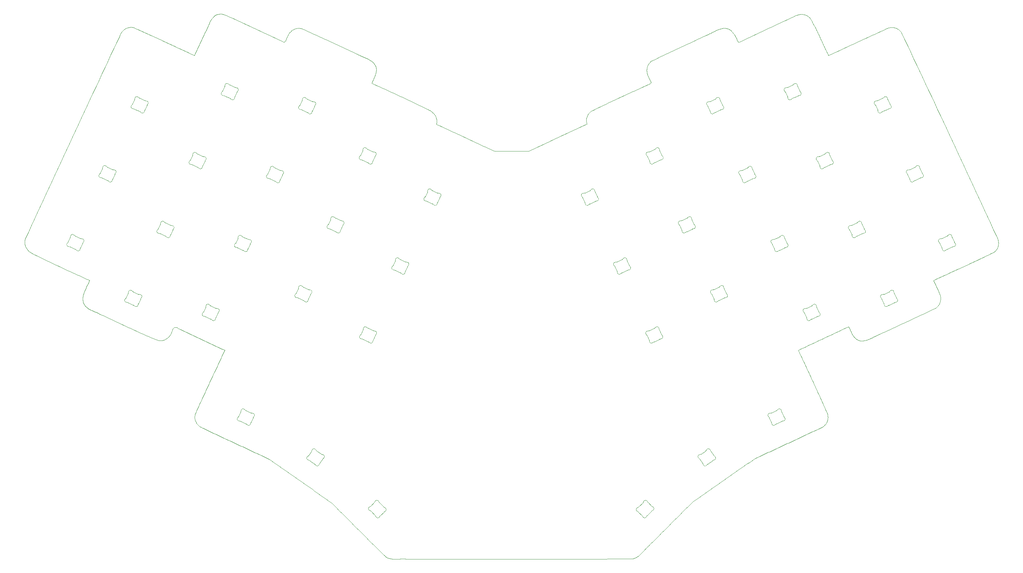
<source format=gbr>
%TF.GenerationSoftware,KiCad,Pcbnew,(5.1.9)-1*%
%TF.CreationDate,2021-07-16T02:30:04-07:00*%
%TF.ProjectId,barobord,6261726f-626f-4726-942e-6b696361645f,rev?*%
%TF.SameCoordinates,Original*%
%TF.FileFunction,Profile,NP*%
%FSLAX46Y46*%
G04 Gerber Fmt 4.6, Leading zero omitted, Abs format (unit mm)*
G04 Created by KiCad (PCBNEW (5.1.9)-1) date 2021-07-16 02:30:04*
%MOMM*%
%LPD*%
G01*
G04 APERTURE LIST*
%TA.AperFunction,Profile*%
%ADD10C,0.124256*%
%TD*%
%TA.AperFunction,Profile*%
%ADD11C,0.100000*%
%TD*%
G04 APERTURE END LIST*
D10*
X69453757Y-23701591D02*
X69369198Y-23883140D01*
X69369198Y-23883140D02*
X69284638Y-24064689D01*
X69284638Y-24064689D02*
X69200076Y-24246238D01*
X69200076Y-24246238D02*
X69115514Y-24427787D01*
X69115514Y-24427787D02*
X69030951Y-24609336D01*
X69030951Y-24609336D02*
X68946387Y-24790884D01*
X68946387Y-24790884D02*
X68861822Y-24972433D01*
X68861822Y-24972433D02*
X68777257Y-25153981D01*
X68777257Y-25153981D02*
X68692692Y-25335529D01*
X68692692Y-25335529D02*
X68608126Y-25517078D01*
X68608126Y-25517078D02*
X68523559Y-25698626D01*
X68523559Y-25698626D02*
X68438993Y-25880174D01*
X68438993Y-25880174D02*
X68354427Y-26061723D01*
X68354427Y-26061723D02*
X68269860Y-26243271D01*
X68269860Y-26243271D02*
X68185295Y-26424819D01*
X68185295Y-26424819D02*
X68100729Y-26606368D01*
X68100729Y-26606368D02*
X68016164Y-26787916D01*
X68016164Y-26787916D02*
X67931599Y-26969465D01*
X67931599Y-26969465D02*
X67847035Y-27151014D01*
X67847035Y-27151014D02*
X67762472Y-27332562D01*
X67762472Y-27332562D02*
X67677910Y-27514111D01*
X67677910Y-27514111D02*
X67593349Y-27695660D01*
X67593349Y-27695660D02*
X67508788Y-27877210D01*
X67508788Y-27877210D02*
X67424230Y-28058759D01*
X67424230Y-28058759D02*
X67339672Y-28240309D01*
X67339672Y-28240309D02*
X67255116Y-28421858D01*
X67255116Y-28421858D02*
X67170562Y-28603408D01*
X67170562Y-28603408D02*
X67086009Y-28784959D01*
X67086009Y-28784959D02*
X67001458Y-28966509D01*
X67001458Y-28966509D02*
X66916909Y-29148060D01*
X66916909Y-29148060D02*
X66832362Y-29329611D01*
X66832362Y-29329611D02*
X66747818Y-29511163D01*
X48066556Y-24674939D02*
X47327944Y-26251839D01*
X47327944Y-26251839D02*
X46589429Y-27828788D01*
X46589429Y-27828788D02*
X45851024Y-29405793D01*
X45851024Y-29405793D02*
X45112745Y-30982860D01*
X45112745Y-30982860D02*
X44374605Y-32559995D01*
X44374605Y-32559995D02*
X43636619Y-34137204D01*
X43636619Y-34137204D02*
X42898801Y-35714495D01*
X42898801Y-35714495D02*
X42161167Y-37291873D01*
X42161167Y-37291873D02*
X41423729Y-38869345D01*
X41423729Y-38869345D02*
X40686503Y-40446916D01*
X40686503Y-40446916D02*
X39949503Y-42024595D01*
X39949503Y-42024595D02*
X39212744Y-43602386D01*
X39212744Y-43602386D02*
X38476239Y-45180296D01*
X38476239Y-45180296D02*
X37740004Y-46758332D01*
X37740004Y-46758332D02*
X37004053Y-48336500D01*
X37004053Y-48336500D02*
X36268400Y-49914806D01*
X36268400Y-49914806D02*
X35533059Y-51493257D01*
X35533059Y-51493257D02*
X34798045Y-53071858D01*
X34798045Y-53071858D02*
X34063373Y-54650618D01*
X34063373Y-54650618D02*
X33329057Y-56229541D01*
X33329057Y-56229541D02*
X32595111Y-57808634D01*
X32595111Y-57808634D02*
X31861549Y-59387904D01*
X31861549Y-59387904D02*
X31128387Y-60967356D01*
X31128387Y-60967356D02*
X30395638Y-62546998D01*
X30395638Y-62546998D02*
X29663318Y-64126836D01*
X29663318Y-64126836D02*
X28931439Y-65706876D01*
X28931439Y-65706876D02*
X28200018Y-67287124D01*
X28200018Y-67287124D02*
X27469067Y-68867586D01*
X27469067Y-68867586D02*
X26738603Y-70448270D01*
X26738603Y-70448270D02*
X26008638Y-72029182D01*
X26008638Y-72029182D02*
X25279188Y-73610327D01*
X25279188Y-73610327D02*
X24550267Y-75191713D01*
X66747818Y-29511163D02*
X66279108Y-29293796D01*
X66279108Y-29293796D02*
X65810475Y-29076247D01*
X65810475Y-29076247D02*
X65341908Y-28858540D01*
X65341908Y-28858540D02*
X64873394Y-28640703D01*
X64873394Y-28640703D02*
X64404921Y-28422762D01*
X64404921Y-28422762D02*
X63936479Y-28204745D01*
X63936479Y-28204745D02*
X63468056Y-27986679D01*
X63468056Y-27986679D02*
X62999639Y-27768589D01*
X62999639Y-27768589D02*
X62531217Y-27550503D01*
X62531217Y-27550503D02*
X62062778Y-27332448D01*
X62062778Y-27332448D02*
X61594311Y-27114451D01*
X61594311Y-27114451D02*
X61125805Y-26896537D01*
X61125805Y-26896537D02*
X60657246Y-26678735D01*
X60657246Y-26678735D02*
X60188625Y-26461071D01*
X60188625Y-26461071D02*
X59719928Y-26243572D01*
X59719928Y-26243572D02*
X59251144Y-26026264D01*
X59251144Y-26026264D02*
X58782263Y-25809174D01*
X58782263Y-25809174D02*
X58313271Y-25592330D01*
X58313271Y-25592330D02*
X57844157Y-25375757D01*
X57844157Y-25375757D02*
X57374910Y-25159483D01*
X57374910Y-25159483D02*
X56905518Y-24943535D01*
X56905518Y-24943535D02*
X56435969Y-24727939D01*
X56435969Y-24727939D02*
X55966251Y-24512723D01*
X55966251Y-24512723D02*
X55496354Y-24297912D01*
X55496354Y-24297912D02*
X55026264Y-24083535D01*
X55026264Y-24083535D02*
X54555971Y-23869617D01*
X54555971Y-23869617D02*
X54085463Y-23656185D01*
X54085463Y-23656185D02*
X53614728Y-23443266D01*
X53614728Y-23443266D02*
X53143755Y-23230888D01*
X53143755Y-23230888D02*
X52672531Y-23019077D01*
X52672531Y-23019077D02*
X52201045Y-22807859D01*
X52201045Y-22807859D02*
X51729286Y-22597262D01*
X72274937Y-19304128D02*
X72123132Y-19387933D01*
X72123132Y-19387933D02*
X71978977Y-19478347D01*
X71978977Y-19478347D02*
X71842115Y-19575055D01*
X71842115Y-19575055D02*
X71712193Y-19677742D01*
X71712193Y-19677742D02*
X71588857Y-19786094D01*
X71588857Y-19786094D02*
X71471753Y-19899795D01*
X71471753Y-19899795D02*
X71360525Y-20018529D01*
X71360525Y-20018529D02*
X71254821Y-20141983D01*
X71254821Y-20141983D02*
X71154285Y-20269841D01*
X71154285Y-20269841D02*
X71058563Y-20401788D01*
X71058563Y-20401788D02*
X70967302Y-20537509D01*
X70967302Y-20537509D02*
X70880146Y-20676689D01*
X70880146Y-20676689D02*
X70796743Y-20819014D01*
X70796743Y-20819014D02*
X70716737Y-20964167D01*
X70716737Y-20964167D02*
X70639774Y-21111834D01*
X70639774Y-21111834D02*
X70565500Y-21261701D01*
X70565500Y-21261701D02*
X70493560Y-21413451D01*
X70493560Y-21413451D02*
X70423602Y-21566771D01*
X70423602Y-21566771D02*
X70355269Y-21721344D01*
X70355269Y-21721344D02*
X70288209Y-21876857D01*
X70288209Y-21876857D02*
X70222066Y-22032993D01*
X70222066Y-22032993D02*
X70156487Y-22189439D01*
X70156487Y-22189439D02*
X70091117Y-22345879D01*
X70091117Y-22345879D02*
X70025602Y-22501997D01*
X70025602Y-22501997D02*
X69959588Y-22657480D01*
X69959588Y-22657480D02*
X69892721Y-22812012D01*
X69892721Y-22812012D02*
X69824646Y-22965277D01*
X69824646Y-22965277D02*
X69755009Y-23116962D01*
X69755009Y-23116962D02*
X69683455Y-23266751D01*
X69683455Y-23266751D02*
X69609632Y-23414328D01*
X69609632Y-23414328D02*
X69533184Y-23559380D01*
X69533184Y-23559380D02*
X69453757Y-23701591D01*
X51729286Y-22597262D02*
X51580588Y-22549000D01*
X51580588Y-22549000D02*
X51431946Y-22510385D01*
X51431946Y-22510385D02*
X51283574Y-22481182D01*
X51283574Y-22481182D02*
X51135688Y-22461157D01*
X51135688Y-22461157D02*
X50988502Y-22450075D01*
X50988502Y-22450075D02*
X50842234Y-22447702D01*
X50842234Y-22447702D02*
X50697096Y-22453803D01*
X50697096Y-22453803D02*
X50553306Y-22468144D01*
X50553306Y-22468144D02*
X50411079Y-22490491D01*
X50411079Y-22490491D02*
X50270630Y-22520609D01*
X50270630Y-22520609D02*
X50132174Y-22558264D01*
X50132174Y-22558264D02*
X49995927Y-22603222D01*
X49995927Y-22603222D02*
X49862104Y-22655247D01*
X49862104Y-22655247D02*
X49730921Y-22714107D01*
X49730921Y-22714107D02*
X49602593Y-22779565D01*
X49602593Y-22779565D02*
X49477335Y-22851389D01*
X49477335Y-22851389D02*
X49355363Y-22929343D01*
X49355363Y-22929343D02*
X49236892Y-23013193D01*
X49236892Y-23013193D02*
X49122138Y-23102706D01*
X49122138Y-23102706D02*
X49011316Y-23197645D01*
X49011316Y-23197645D02*
X48904641Y-23297778D01*
X48904641Y-23297778D02*
X48802329Y-23402869D01*
X48802329Y-23402869D02*
X48704596Y-23512684D01*
X48704596Y-23512684D02*
X48611656Y-23626989D01*
X48611656Y-23626989D02*
X48523725Y-23745550D01*
X48523725Y-23745550D02*
X48441019Y-23868132D01*
X48441019Y-23868132D02*
X48363752Y-23994500D01*
X48363752Y-23994500D02*
X48292141Y-24124421D01*
X48292141Y-24124421D02*
X48226400Y-24257659D01*
X48226400Y-24257659D02*
X48166745Y-24393981D01*
X48166745Y-24393981D02*
X48113392Y-24533153D01*
X48113392Y-24533153D02*
X48066556Y-24674939D01*
X26531866Y-79126595D02*
X26964664Y-79342862D01*
X26964664Y-79342862D02*
X27397982Y-79558085D01*
X27397982Y-79558085D02*
X27831802Y-79772298D01*
X27831802Y-79772298D02*
X28266105Y-79985534D01*
X28266105Y-79985534D02*
X28700876Y-80197826D01*
X28700876Y-80197826D02*
X29136096Y-80409207D01*
X29136096Y-80409207D02*
X29571748Y-80619710D01*
X29571748Y-80619710D02*
X30007815Y-80829369D01*
X30007815Y-80829369D02*
X30444280Y-81038216D01*
X30444280Y-81038216D02*
X30881125Y-81246285D01*
X30881125Y-81246285D02*
X31318333Y-81453609D01*
X31318333Y-81453609D02*
X31755886Y-81660221D01*
X31755886Y-81660221D02*
X32193768Y-81866154D01*
X32193768Y-81866154D02*
X32631961Y-82071441D01*
X32631961Y-82071441D02*
X33070448Y-82276116D01*
X33070448Y-82276116D02*
X33509212Y-82480212D01*
X33509212Y-82480212D02*
X33948234Y-82683761D01*
X33948234Y-82683761D02*
X34387498Y-82886797D01*
X34387498Y-82886797D02*
X34826986Y-83089354D01*
X34826986Y-83089354D02*
X35266682Y-83291463D01*
X35266682Y-83291463D02*
X35706568Y-83493159D01*
X35706568Y-83493159D02*
X36146626Y-83694475D01*
X36146626Y-83694475D02*
X36586839Y-83895443D01*
X36586839Y-83895443D02*
X37027190Y-84096098D01*
X37027190Y-84096098D02*
X37467662Y-84296471D01*
X37467662Y-84296471D02*
X37908236Y-84496596D01*
X37908236Y-84496596D02*
X38348897Y-84696507D01*
X38348897Y-84696507D02*
X38789627Y-84896236D01*
X38789627Y-84896236D02*
X39230408Y-85095817D01*
X39230408Y-85095817D02*
X39671222Y-85295283D01*
X39671222Y-85295283D02*
X40112054Y-85494667D01*
X40112054Y-85494667D02*
X40552885Y-85694002D01*
X57635847Y-100698993D02*
X57784269Y-100734187D01*
X57784269Y-100734187D02*
X57931668Y-100759907D01*
X57931668Y-100759907D02*
X58077893Y-100776415D01*
X58077893Y-100776415D02*
X58222792Y-100783977D01*
X58222792Y-100783977D02*
X58366215Y-100782857D01*
X58366215Y-100782857D02*
X58508010Y-100773319D01*
X58508010Y-100773319D02*
X58648027Y-100755629D01*
X58648027Y-100755629D02*
X58786113Y-100730049D01*
X58786113Y-100730049D02*
X58922119Y-100696846D01*
X58922119Y-100696846D02*
X59055892Y-100656283D01*
X59055892Y-100656283D02*
X59187283Y-100608625D01*
X59187283Y-100608625D02*
X59316139Y-100554137D01*
X59316139Y-100554137D02*
X59442310Y-100493083D01*
X59442310Y-100493083D02*
X59565645Y-100425727D01*
X59565645Y-100425727D02*
X59685992Y-100352334D01*
X59685992Y-100352334D02*
X59803201Y-100273169D01*
X59803201Y-100273169D02*
X59917120Y-100188496D01*
X59917120Y-100188496D02*
X60027598Y-100098579D01*
X60027598Y-100098579D02*
X60134484Y-100003684D01*
X60134484Y-100003684D02*
X60237627Y-99904074D01*
X60237627Y-99904074D02*
X60336876Y-99800013D01*
X60336876Y-99800013D02*
X60432081Y-99691768D01*
X60432081Y-99691768D02*
X60523088Y-99579602D01*
X60523088Y-99579602D02*
X60609749Y-99463779D01*
X60609749Y-99463779D02*
X60691911Y-99344564D01*
X60691911Y-99344564D02*
X60769424Y-99222222D01*
X60769424Y-99222222D02*
X60842136Y-99097016D01*
X60842136Y-99097016D02*
X60909896Y-98969213D01*
X60909896Y-98969213D02*
X60972554Y-98839075D01*
X60972554Y-98839075D02*
X61029957Y-98706868D01*
X61029957Y-98706868D02*
X61081956Y-98572857D01*
X61081956Y-98572857D02*
X61128399Y-98437305D01*
X68968261Y-122663221D02*
X69481522Y-122913780D01*
X69481522Y-122913780D02*
X69995452Y-123163013D01*
X69995452Y-123163013D02*
X70510008Y-123411008D01*
X70510008Y-123411008D02*
X71025142Y-123657850D01*
X71025142Y-123657850D02*
X71540812Y-123903628D01*
X71540812Y-123903628D02*
X72056971Y-124148428D01*
X72056971Y-124148428D02*
X72573575Y-124392337D01*
X72573575Y-124392337D02*
X73090578Y-124635444D01*
X73090578Y-124635444D02*
X73607936Y-124877833D01*
X73607936Y-124877833D02*
X74125604Y-125119594D01*
X74125604Y-125119594D02*
X74643537Y-125360813D01*
X74643537Y-125360813D02*
X75161690Y-125601576D01*
X75161690Y-125601576D02*
X75680017Y-125841972D01*
X75680017Y-125841972D02*
X76198474Y-126082088D01*
X76198474Y-126082088D02*
X76717017Y-126322009D01*
X76717017Y-126322009D02*
X77235599Y-126561824D01*
X77235599Y-126561824D02*
X77754176Y-126801620D01*
X77754176Y-126801620D02*
X78272703Y-127041483D01*
X78272703Y-127041483D02*
X78791136Y-127281502D01*
X78791136Y-127281502D02*
X79309428Y-127521762D01*
X79309428Y-127521762D02*
X79827535Y-127762351D01*
X79827535Y-127762351D02*
X80345413Y-128003357D01*
X80345413Y-128003357D02*
X80863016Y-128244866D01*
X80863016Y-128244866D02*
X81380298Y-128486965D01*
X81380298Y-128486965D02*
X81897217Y-128729742D01*
X81897217Y-128729742D02*
X82413725Y-128973284D01*
X82413725Y-128973284D02*
X82929779Y-129217677D01*
X82929779Y-129217677D02*
X83445333Y-129463009D01*
X83445333Y-129463009D02*
X83960342Y-129709367D01*
X83960342Y-129709367D02*
X84474762Y-129956839D01*
X84474762Y-129956839D02*
X84988547Y-130205510D01*
X84988547Y-130205510D02*
X85501653Y-130455470D01*
X24550267Y-75191713D02*
X24492336Y-75343933D01*
X24492336Y-75343933D02*
X24444807Y-75496428D01*
X24444807Y-75496428D02*
X24407413Y-75648979D01*
X24407413Y-75648979D02*
X24379886Y-75801372D01*
X24379886Y-75801372D02*
X24361961Y-75953390D01*
X24361961Y-75953390D02*
X24353369Y-76104817D01*
X24353369Y-76104817D02*
X24353844Y-76255437D01*
X24353844Y-76255437D02*
X24363120Y-76405034D01*
X24363120Y-76405034D02*
X24380929Y-76553391D01*
X24380929Y-76553391D02*
X24407004Y-76700294D01*
X24407004Y-76700294D02*
X24441079Y-76845525D01*
X24441079Y-76845525D02*
X24482886Y-76988868D01*
X24482886Y-76988868D02*
X24532159Y-77130108D01*
X24532159Y-77130108D02*
X24588631Y-77269029D01*
X24588631Y-77269029D02*
X24652035Y-77405413D01*
X24652035Y-77405413D02*
X24722104Y-77539046D01*
X24722104Y-77539046D02*
X24798570Y-77669711D01*
X24798570Y-77669711D02*
X24881169Y-77797192D01*
X24881169Y-77797192D02*
X24969631Y-77921273D01*
X24969631Y-77921273D02*
X25063691Y-78041737D01*
X25063691Y-78041737D02*
X25163082Y-78158370D01*
X25163082Y-78158370D02*
X25267536Y-78270954D01*
X25267536Y-78270954D02*
X25376787Y-78379273D01*
X25376787Y-78379273D02*
X25490569Y-78483112D01*
X25490569Y-78483112D02*
X25608613Y-78582255D01*
X25608613Y-78582255D02*
X25730653Y-78676484D01*
X25730653Y-78676484D02*
X25856422Y-78765585D01*
X25856422Y-78765585D02*
X25985654Y-78849341D01*
X25985654Y-78849341D02*
X26118081Y-78927536D01*
X26118081Y-78927536D02*
X26253436Y-78999954D01*
X26253436Y-78999954D02*
X26391454Y-79066379D01*
X26391454Y-79066379D02*
X26531866Y-79126595D01*
X66909430Y-119230553D02*
X66877436Y-119371545D01*
X66877436Y-119371545D02*
X66853552Y-119512051D01*
X66853552Y-119512051D02*
X66837588Y-119651900D01*
X66837588Y-119651900D02*
X66829354Y-119790924D01*
X66829354Y-119790924D02*
X66828661Y-119928954D01*
X66828661Y-119928954D02*
X66835319Y-120065822D01*
X66835319Y-120065822D02*
X66849140Y-120201358D01*
X66849140Y-120201358D02*
X66869934Y-120335393D01*
X66869934Y-120335393D02*
X66897511Y-120467760D01*
X66897511Y-120467760D02*
X66931681Y-120598288D01*
X66931681Y-120598288D02*
X66972256Y-120726809D01*
X66972256Y-120726809D02*
X67019046Y-120853155D01*
X67019046Y-120853155D02*
X67071862Y-120977157D01*
X67071862Y-120977157D02*
X67130513Y-121098645D01*
X67130513Y-121098645D02*
X67194812Y-121217451D01*
X67194812Y-121217451D02*
X67264567Y-121333407D01*
X67264567Y-121333407D02*
X67339591Y-121446342D01*
X67339591Y-121446342D02*
X67419692Y-121556089D01*
X67419692Y-121556089D02*
X67504683Y-121662479D01*
X67504683Y-121662479D02*
X67594373Y-121765343D01*
X67594373Y-121765343D02*
X67688573Y-121864511D01*
X67688573Y-121864511D02*
X67787094Y-121959816D01*
X67787094Y-121959816D02*
X67889746Y-122051089D01*
X67889746Y-122051089D02*
X67996340Y-122138160D01*
X67996340Y-122138160D02*
X68106686Y-122220861D01*
X68106686Y-122220861D02*
X68220595Y-122299022D01*
X68220595Y-122299022D02*
X68337877Y-122372476D01*
X68337877Y-122372476D02*
X68458343Y-122441054D01*
X68458343Y-122441054D02*
X68581804Y-122504586D01*
X68581804Y-122504586D02*
X68708070Y-122562903D01*
X68708070Y-122562903D02*
X68836952Y-122615838D01*
X68836952Y-122615838D02*
X68968261Y-122663221D01*
X43262606Y-94187262D02*
X43711382Y-94391307D01*
X43711382Y-94391307D02*
X44159686Y-94596533D01*
X44159686Y-94596533D02*
X44607566Y-94802818D01*
X44607566Y-94802818D02*
X45055072Y-95010041D01*
X45055072Y-95010041D02*
X45502255Y-95218078D01*
X45502255Y-95218078D02*
X45949164Y-95426810D01*
X45949164Y-95426810D02*
X46395848Y-95636115D01*
X46395848Y-95636115D02*
X46842359Y-95845869D01*
X46842359Y-95845869D02*
X47288744Y-96055954D01*
X47288744Y-96055954D02*
X47735055Y-96266245D01*
X47735055Y-96266245D02*
X48181341Y-96476623D01*
X48181341Y-96476623D02*
X48627653Y-96686964D01*
X48627653Y-96686964D02*
X49074039Y-96897149D01*
X49074039Y-96897149D02*
X49520549Y-97107054D01*
X49520549Y-97107054D02*
X49967234Y-97316559D01*
X49967234Y-97316559D02*
X50414143Y-97525541D01*
X50414143Y-97525541D02*
X50861327Y-97733880D01*
X50861327Y-97733880D02*
X51308834Y-97941453D01*
X51308834Y-97941453D02*
X51756715Y-98148139D01*
X51756715Y-98148139D02*
X52205019Y-98353816D01*
X52205019Y-98353816D02*
X52653797Y-98558363D01*
X52653797Y-98558363D02*
X53103098Y-98761658D01*
X53103098Y-98761658D02*
X53552972Y-98963580D01*
X53552972Y-98963580D02*
X54003469Y-99164006D01*
X54003469Y-99164006D02*
X54454639Y-99362815D01*
X54454639Y-99362815D02*
X54906531Y-99559886D01*
X54906531Y-99559886D02*
X55359196Y-99755097D01*
X55359196Y-99755097D02*
X55812682Y-99948326D01*
X55812682Y-99948326D02*
X56267041Y-100139451D01*
X56267041Y-100139451D02*
X56722321Y-100328352D01*
X56722321Y-100328352D02*
X57178573Y-100514906D01*
X57178573Y-100514906D02*
X57635847Y-100698993D01*
X38944887Y-90991902D02*
X38992614Y-91175706D01*
X38992614Y-91175706D02*
X39050911Y-91349912D01*
X39050911Y-91349912D02*
X39119283Y-91514939D01*
X39119283Y-91514939D02*
X39197235Y-91671204D01*
X39197235Y-91671204D02*
X39284273Y-91819126D01*
X39284273Y-91819126D02*
X39379903Y-91959123D01*
X39379903Y-91959123D02*
X39483630Y-92091613D01*
X39483630Y-92091613D02*
X39594960Y-92217014D01*
X39594960Y-92217014D02*
X39713400Y-92335744D01*
X39713400Y-92335744D02*
X39838453Y-92448222D01*
X39838453Y-92448222D02*
X39969627Y-92554866D01*
X39969627Y-92554866D02*
X40106427Y-92656094D01*
X40106427Y-92656094D02*
X40248358Y-92752324D01*
X40248358Y-92752324D02*
X40394926Y-92843974D01*
X40394926Y-92843974D02*
X40545638Y-92931462D01*
X40545638Y-92931462D02*
X40699998Y-93015207D01*
X40699998Y-93015207D02*
X40857512Y-93095627D01*
X40857512Y-93095627D02*
X41017686Y-93173140D01*
X41017686Y-93173140D02*
X41180026Y-93248164D01*
X41180026Y-93248164D02*
X41344037Y-93321117D01*
X41344037Y-93321117D02*
X41509226Y-93392418D01*
X41509226Y-93392418D02*
X41675097Y-93462485D01*
X41675097Y-93462485D02*
X41841156Y-93531735D01*
X41841156Y-93531735D02*
X42006909Y-93600588D01*
X42006909Y-93600588D02*
X42171862Y-93669460D01*
X42171862Y-93669460D02*
X42335521Y-93738771D01*
X42335521Y-93738771D02*
X42497391Y-93808939D01*
X42497391Y-93808939D02*
X42656977Y-93880381D01*
X42656977Y-93880381D02*
X42813786Y-93953517D01*
X42813786Y-93953517D02*
X42967324Y-94028763D01*
X42967324Y-94028763D02*
X43117095Y-94106538D01*
X43117095Y-94106538D02*
X43262606Y-94187262D01*
X40552885Y-85694002D02*
X40491888Y-85854106D01*
X40491888Y-85854106D02*
X40427214Y-86014095D01*
X40427214Y-86014095D02*
X40359302Y-86174013D01*
X40359302Y-86174013D02*
X40288587Y-86333909D01*
X40288587Y-86333909D02*
X40215507Y-86493829D01*
X40215507Y-86493829D02*
X40140498Y-86653819D01*
X40140498Y-86653819D02*
X40063998Y-86813928D01*
X40063998Y-86813928D02*
X39986443Y-86974200D01*
X39986443Y-86974200D02*
X39908271Y-87134684D01*
X39908271Y-87134684D02*
X39829918Y-87295427D01*
X39829918Y-87295427D02*
X39751822Y-87456474D01*
X39751822Y-87456474D02*
X39674419Y-87617873D01*
X39674419Y-87617873D02*
X39598146Y-87779671D01*
X39598146Y-87779671D02*
X39523441Y-87941915D01*
X39523441Y-87941915D02*
X39450739Y-88104651D01*
X39450739Y-88104651D02*
X39380480Y-88267926D01*
X39380480Y-88267926D02*
X39313098Y-88431787D01*
X39313098Y-88431787D02*
X39249031Y-88596282D01*
X39249031Y-88596282D02*
X39188717Y-88761456D01*
X39188717Y-88761456D02*
X39132591Y-88927357D01*
X39132591Y-88927357D02*
X39081092Y-89094032D01*
X39081092Y-89094032D02*
X39034655Y-89261526D01*
X39034655Y-89261526D02*
X38993719Y-89429888D01*
X38993719Y-89429888D02*
X38958719Y-89599165D01*
X38958719Y-89599165D02*
X38930093Y-89769402D01*
X38930093Y-89769402D02*
X38908278Y-89940646D01*
X38908278Y-89940646D02*
X38893711Y-90112946D01*
X38893711Y-90112946D02*
X38886829Y-90286347D01*
X38886829Y-90286347D02*
X38888068Y-90460896D01*
X38888068Y-90460896D02*
X38897866Y-90636640D01*
X38897866Y-90636640D02*
X38916660Y-90813626D01*
X38916660Y-90813626D02*
X38944887Y-90991902D01*
X74317580Y-103151694D02*
X74083908Y-103653070D01*
X74083908Y-103653070D02*
X73849752Y-104154263D01*
X73849752Y-104154263D02*
X73615174Y-104655298D01*
X73615174Y-104655298D02*
X73380237Y-105156201D01*
X73380237Y-105156201D02*
X73145002Y-105656997D01*
X73145002Y-105656997D02*
X72909533Y-106157712D01*
X72909533Y-106157712D02*
X72673892Y-106658369D01*
X72673892Y-106658369D02*
X72438141Y-107158996D01*
X72438141Y-107158996D02*
X72202342Y-107659617D01*
X72202342Y-107659617D02*
X71966559Y-108160258D01*
X71966559Y-108160258D02*
X71730853Y-108660943D01*
X71730853Y-108660943D02*
X71495286Y-109161699D01*
X71495286Y-109161699D02*
X71259922Y-109662550D01*
X71259922Y-109662550D02*
X71024823Y-110163522D01*
X71024823Y-110163522D02*
X70790050Y-110664640D01*
X70790050Y-110664640D02*
X70555668Y-111165929D01*
X70555668Y-111165929D02*
X70321736Y-111667416D01*
X70321736Y-111667416D02*
X70088320Y-112169124D01*
X70088320Y-112169124D02*
X69855479Y-112671081D01*
X69855479Y-112671081D02*
X69623278Y-113173309D01*
X69623278Y-113173309D02*
X69391779Y-113675836D01*
X69391779Y-113675836D02*
X69161043Y-114178687D01*
X69161043Y-114178687D02*
X68931133Y-114681886D01*
X68931133Y-114681886D02*
X68702113Y-115185459D01*
X68702113Y-115185459D02*
X68474043Y-115689432D01*
X68474043Y-115689432D02*
X68246987Y-116193830D01*
X68246987Y-116193830D02*
X68021007Y-116698677D01*
X68021007Y-116698677D02*
X67796165Y-117204000D01*
X67796165Y-117204000D02*
X67572524Y-117709824D01*
X67572524Y-117709824D02*
X67350146Y-118216174D01*
X67350146Y-118216174D02*
X67129094Y-118723075D01*
X67129094Y-118723075D02*
X66909430Y-119230553D01*
X62862411Y-97804440D02*
X63219924Y-97972526D01*
X63219924Y-97972526D02*
X63577472Y-98140538D01*
X63577472Y-98140538D02*
X63935056Y-98308477D01*
X63935056Y-98308477D02*
X64292673Y-98476342D01*
X64292673Y-98476342D02*
X64650323Y-98644136D01*
X64650323Y-98644136D02*
X65008007Y-98811860D01*
X65008007Y-98811860D02*
X65365723Y-98979515D01*
X65365723Y-98979515D02*
X65723471Y-99147101D01*
X65723471Y-99147101D02*
X66081250Y-99314620D01*
X66081250Y-99314620D02*
X66439060Y-99482074D01*
X66439060Y-99482074D02*
X66796900Y-99649463D01*
X66796900Y-99649463D02*
X67154770Y-99816788D01*
X67154770Y-99816788D02*
X67512670Y-99984051D01*
X67512670Y-99984051D02*
X67870597Y-100151252D01*
X67870597Y-100151252D02*
X68228553Y-100318394D01*
X68228553Y-100318394D02*
X68586537Y-100485476D01*
X68586537Y-100485476D02*
X68944547Y-100652501D01*
X68944547Y-100652501D02*
X69302584Y-100819468D01*
X69302584Y-100819468D02*
X69660647Y-100986380D01*
X69660647Y-100986380D02*
X70018735Y-101153238D01*
X70018735Y-101153238D02*
X70376849Y-101320042D01*
X70376849Y-101320042D02*
X70734986Y-101486794D01*
X70734986Y-101486794D02*
X71093147Y-101653495D01*
X71093147Y-101653495D02*
X71451332Y-101820147D01*
X71451332Y-101820147D02*
X71809539Y-101986749D01*
X71809539Y-101986749D02*
X72167768Y-102153303D01*
X72167768Y-102153303D02*
X72526019Y-102319811D01*
X72526019Y-102319811D02*
X72884291Y-102486274D01*
X72884291Y-102486274D02*
X73242584Y-102652693D01*
X73242584Y-102652693D02*
X73600897Y-102819068D01*
X73600897Y-102819068D02*
X73959229Y-102985401D01*
X73959229Y-102985401D02*
X74317580Y-103151694D01*
X61128399Y-98437305D02*
X61182082Y-98243986D01*
X61182082Y-98243986D02*
X61242541Y-98069836D01*
X61242541Y-98069836D02*
X61309885Y-97915142D01*
X61309885Y-97915142D02*
X61384227Y-97780188D01*
X61384227Y-97780188D02*
X61465676Y-97665261D01*
X61465676Y-97665261D02*
X61554343Y-97570644D01*
X61554343Y-97570644D02*
X61701121Y-97467429D01*
X61701121Y-97467429D02*
X61864764Y-97411521D01*
X61864764Y-97411521D02*
X62045645Y-97403884D01*
X62045645Y-97403884D02*
X62175995Y-97426085D01*
X62175995Y-97426085D02*
X62314283Y-97470454D01*
X62314283Y-97470454D02*
X62460621Y-97537277D01*
X62460621Y-97537277D02*
X62615120Y-97626838D01*
X62615120Y-97626838D02*
X62777889Y-97739423D01*
X62777889Y-97739423D02*
X62862411Y-97804440D01*
X223602141Y-122299376D02*
X223725116Y-122223042D01*
X223725116Y-122223042D02*
X223842235Y-122141032D01*
X223842235Y-122141032D02*
X223953475Y-122053620D01*
X223953475Y-122053620D02*
X224058814Y-121961082D01*
X224058814Y-121961082D02*
X224158233Y-121863696D01*
X224158233Y-121863696D02*
X224251708Y-121761735D01*
X224251708Y-121761735D02*
X224339219Y-121655476D01*
X224339219Y-121655476D02*
X224420744Y-121545196D01*
X224420744Y-121545196D02*
X224496261Y-121431168D01*
X224496261Y-121431168D02*
X224565749Y-121313671D01*
X224565749Y-121313671D02*
X224629187Y-121192978D01*
X224629187Y-121192978D02*
X224686553Y-121069367D01*
X224686553Y-121069367D02*
X224737826Y-120943113D01*
X224737826Y-120943113D02*
X224782984Y-120814492D01*
X224782984Y-120814492D02*
X224822005Y-120683779D01*
X224822005Y-120683779D02*
X224854869Y-120551250D01*
X224854869Y-120551250D02*
X224881553Y-120417182D01*
X224881553Y-120417182D02*
X224902037Y-120281850D01*
X224902037Y-120281850D02*
X224916298Y-120145529D01*
X224916298Y-120145529D02*
X224924316Y-120008497D01*
X224924316Y-120008497D02*
X224926068Y-119871028D01*
X224926068Y-119871028D02*
X224921534Y-119733398D01*
X224921534Y-119733398D02*
X224910691Y-119595883D01*
X224910691Y-119595883D02*
X224893519Y-119458759D01*
X224893519Y-119458759D02*
X224869996Y-119322302D01*
X224869996Y-119322302D02*
X224840100Y-119186788D01*
X224840100Y-119186788D02*
X224803810Y-119052492D01*
X224803810Y-119052492D02*
X224761105Y-118919691D01*
X224761105Y-118919691D02*
X224711963Y-118788659D01*
X224711963Y-118788659D02*
X224656362Y-118659674D01*
X224656362Y-118659674D02*
X224594281Y-118533010D01*
X224594281Y-118533010D02*
X224525699Y-118408944D01*
X175937123Y-155293254D02*
X176109689Y-155268486D01*
X176109689Y-155268486D02*
X176277177Y-155234382D01*
X176277177Y-155234382D02*
X176439822Y-155191387D01*
X176439822Y-155191387D02*
X176597860Y-155139952D01*
X176597860Y-155139952D02*
X176751526Y-155080524D01*
X176751526Y-155080524D02*
X176901057Y-155013552D01*
X176901057Y-155013552D02*
X177046687Y-154939484D01*
X177046687Y-154939484D02*
X177188653Y-154858768D01*
X177188653Y-154858768D02*
X177327190Y-154771854D01*
X177327190Y-154771854D02*
X177462534Y-154679188D01*
X177462534Y-154679188D02*
X177594920Y-154581221D01*
X177594920Y-154581221D02*
X177724585Y-154478400D01*
X177724585Y-154478400D02*
X177851763Y-154371173D01*
X177851763Y-154371173D02*
X177976690Y-154259989D01*
X177976690Y-154259989D02*
X178099603Y-154145296D01*
X178099603Y-154145296D02*
X178220736Y-154027544D01*
X178220736Y-154027544D02*
X178340325Y-153907179D01*
X178340325Y-153907179D02*
X178458607Y-153784651D01*
X178458607Y-153784651D02*
X178575816Y-153660407D01*
X178575816Y-153660407D02*
X178692189Y-153534897D01*
X178692189Y-153534897D02*
X178807960Y-153408569D01*
X178807960Y-153408569D02*
X178923367Y-153281871D01*
X178923367Y-153281871D02*
X179038643Y-153155251D01*
X179038643Y-153155251D02*
X179154026Y-153029159D01*
X179154026Y-153029159D02*
X179269750Y-152904041D01*
X179269750Y-152904041D02*
X179386051Y-152780347D01*
X179386051Y-152780347D02*
X179503165Y-152658525D01*
X179503165Y-152658525D02*
X179621328Y-152539024D01*
X179621328Y-152539024D02*
X179740775Y-152422292D01*
X179740775Y-152422292D02*
X179861742Y-152308776D01*
X179861742Y-152308776D02*
X179984465Y-152198927D01*
X179984465Y-152198927D02*
X180109179Y-152093192D01*
X191302249Y-140957209D02*
X191786353Y-140622016D01*
X191786353Y-140622016D02*
X192270079Y-140286166D01*
X192270079Y-140286166D02*
X192753459Y-139949719D01*
X192753459Y-139949719D02*
X193236527Y-139612731D01*
X193236527Y-139612731D02*
X193719318Y-139275263D01*
X193719318Y-139275263D02*
X194201865Y-138937371D01*
X194201865Y-138937371D02*
X194684201Y-138599116D01*
X194684201Y-138599116D02*
X195166361Y-138260555D01*
X195166361Y-138260555D02*
X195648378Y-137921746D01*
X195648378Y-137921746D02*
X196130286Y-137582749D01*
X196130286Y-137582749D02*
X196612119Y-137243622D01*
X196612119Y-137243622D02*
X197093910Y-136904423D01*
X197093910Y-136904423D02*
X197575694Y-136565211D01*
X197575694Y-136565211D02*
X198057504Y-136226044D01*
X198057504Y-136226044D02*
X198539373Y-135886982D01*
X198539373Y-135886982D02*
X199021336Y-135548081D01*
X199021336Y-135548081D02*
X199503426Y-135209402D01*
X199503426Y-135209402D02*
X199985678Y-134871002D01*
X199985678Y-134871002D02*
X200468124Y-134532940D01*
X200468124Y-134532940D02*
X200950799Y-134195275D01*
X200950799Y-134195275D02*
X201433736Y-133858064D01*
X201433736Y-133858064D02*
X201916969Y-133521367D01*
X201916969Y-133521367D02*
X202400532Y-133185242D01*
X202400532Y-133185242D02*
X202884459Y-132849748D01*
X202884459Y-132849748D02*
X203368783Y-132514943D01*
X203368783Y-132514943D02*
X203853538Y-132180885D01*
X203853538Y-132180885D02*
X204338758Y-131847633D01*
X204338758Y-131847633D02*
X204824477Y-131515246D01*
X204824477Y-131515246D02*
X205310728Y-131183782D01*
X205310728Y-131183782D02*
X205797545Y-130853300D01*
X205797545Y-130853300D02*
X206284963Y-130523858D01*
X206284963Y-130523858D02*
X206773014Y-130195515D01*
X180109179Y-152093192D02*
X180459779Y-151746166D01*
X180459779Y-151746166D02*
X180809889Y-151398557D01*
X180809889Y-151398557D02*
X181159553Y-151050414D01*
X181159553Y-151050414D02*
X181508813Y-150701792D01*
X181508813Y-150701792D02*
X181857714Y-150352742D01*
X181857714Y-150352742D02*
X182206299Y-150003315D01*
X182206299Y-150003315D02*
X182554613Y-149653565D01*
X182554613Y-149653565D02*
X182902698Y-149303543D01*
X182902698Y-149303543D02*
X183250600Y-148953302D01*
X183250600Y-148953302D02*
X183598361Y-148602894D01*
X183598361Y-148602894D02*
X183946026Y-148252371D01*
X183946026Y-148252371D02*
X184293638Y-147901785D01*
X184293638Y-147901785D02*
X184641241Y-147551188D01*
X184641241Y-147551188D02*
X184988879Y-147200632D01*
X184988879Y-147200632D02*
X185336595Y-146850171D01*
X185336595Y-146850171D02*
X185684435Y-146499855D01*
X185684435Y-146499855D02*
X186032440Y-146149737D01*
X186032440Y-146149737D02*
X186380655Y-145799869D01*
X186380655Y-145799869D02*
X186729124Y-145450304D01*
X186729124Y-145450304D02*
X187077891Y-145101093D01*
X187077891Y-145101093D02*
X187426999Y-144752289D01*
X187426999Y-144752289D02*
X187776492Y-144403944D01*
X187776492Y-144403944D02*
X188126415Y-144056110D01*
X188126415Y-144056110D02*
X188476810Y-143708839D01*
X188476810Y-143708839D02*
X188827722Y-143362183D01*
X188827722Y-143362183D02*
X189179194Y-143016195D01*
X189179194Y-143016195D02*
X189531271Y-142670927D01*
X189531271Y-142670927D02*
X189883995Y-142326431D01*
X189883995Y-142326431D02*
X190237411Y-141982759D01*
X190237411Y-141982759D02*
X190591563Y-141639963D01*
X190591563Y-141639963D02*
X190946494Y-141298095D01*
X190946494Y-141298095D02*
X191302249Y-140957209D01*
X217516596Y-103159937D02*
X217907720Y-102974137D01*
X217907720Y-102974137D02*
X218299192Y-102788611D01*
X218299192Y-102788611D02*
X218690989Y-102603333D01*
X218690989Y-102603333D02*
X219083093Y-102418279D01*
X219083093Y-102418279D02*
X219475481Y-102233426D01*
X219475481Y-102233426D02*
X219868133Y-102048750D01*
X219868133Y-102048750D02*
X220261028Y-101864227D01*
X220261028Y-101864227D02*
X220654145Y-101679832D01*
X220654145Y-101679832D02*
X221047464Y-101495542D01*
X221047464Y-101495542D02*
X221440963Y-101311333D01*
X221440963Y-101311333D02*
X221834623Y-101127181D01*
X221834623Y-101127181D02*
X222228421Y-100943062D01*
X222228421Y-100943062D02*
X222622338Y-100758952D01*
X222622338Y-100758952D02*
X223016352Y-100574827D01*
X223016352Y-100574827D02*
X223410443Y-100390663D01*
X223410443Y-100390663D02*
X223804590Y-100206436D01*
X223804590Y-100206436D02*
X224198771Y-100022122D01*
X224198771Y-100022122D02*
X224592967Y-99837698D01*
X224592967Y-99837698D02*
X224987157Y-99653138D01*
X224987157Y-99653138D02*
X225381319Y-99468421D01*
X225381319Y-99468421D02*
X225775433Y-99283520D01*
X225775433Y-99283520D02*
X226169478Y-99098413D01*
X226169478Y-99098413D02*
X226563434Y-98913075D01*
X226563434Y-98913075D02*
X226957278Y-98727483D01*
X226957278Y-98727483D02*
X227350992Y-98541613D01*
X227350992Y-98541613D02*
X227744553Y-98355440D01*
X227744553Y-98355440D02*
X228137941Y-98168940D01*
X228137941Y-98168940D02*
X228531136Y-97982091D01*
X228531136Y-97982091D02*
X228924116Y-97794867D01*
X228924116Y-97794867D02*
X229316861Y-97607244D01*
X229316861Y-97607244D02*
X229709349Y-97419200D01*
X229709349Y-97419200D02*
X230101561Y-97230710D01*
X119565697Y-155321959D02*
X121327238Y-155320380D01*
X121327238Y-155320380D02*
X123088819Y-155319214D01*
X123088819Y-155319214D02*
X124850436Y-155318423D01*
X124850436Y-155318423D02*
X126612086Y-155317971D01*
X126612086Y-155317971D02*
X128373764Y-155317820D01*
X128373764Y-155317820D02*
X130135468Y-155317933D01*
X130135468Y-155317933D02*
X131897194Y-155318275D01*
X131897194Y-155318275D02*
X133658939Y-155318808D01*
X133658939Y-155318808D02*
X135420698Y-155319495D01*
X135420698Y-155319495D02*
X137182468Y-155320300D01*
X137182468Y-155320300D02*
X138944246Y-155321186D01*
X138944246Y-155321186D02*
X140706029Y-155322115D01*
X140706029Y-155322115D02*
X142467812Y-155323052D01*
X142467812Y-155323052D02*
X144229592Y-155323959D01*
X144229592Y-155323959D02*
X145991366Y-155324800D01*
X145991366Y-155324800D02*
X147753130Y-155325537D01*
X147753130Y-155325537D02*
X149514881Y-155326134D01*
X149514881Y-155326134D02*
X151276614Y-155326554D01*
X151276614Y-155326554D02*
X153038327Y-155326761D01*
X153038327Y-155326761D02*
X154800016Y-155326717D01*
X154800016Y-155326717D02*
X156561678Y-155326386D01*
X156561678Y-155326386D02*
X158323308Y-155325731D01*
X158323308Y-155325731D02*
X160084904Y-155324714D01*
X160084904Y-155324714D02*
X161846461Y-155323300D01*
X161846461Y-155323300D02*
X163607977Y-155321452D01*
X163607977Y-155321452D02*
X165369448Y-155319132D01*
X165369448Y-155319132D02*
X167130869Y-155316304D01*
X167130869Y-155316304D02*
X168892239Y-155312931D01*
X168892239Y-155312931D02*
X170653552Y-155308976D01*
X170653552Y-155308976D02*
X172414806Y-155304403D01*
X172414806Y-155304403D02*
X174175998Y-155299174D01*
X174175998Y-155299174D02*
X175937123Y-155293254D01*
X114353919Y-154631268D02*
X114493386Y-154735808D01*
X114493386Y-154735808D02*
X114635870Y-154830162D01*
X114635870Y-154830162D02*
X114781219Y-154914815D01*
X114781219Y-154914815D02*
X114929282Y-154990249D01*
X114929282Y-154990249D02*
X115079910Y-155056948D01*
X115079910Y-155056948D02*
X115232950Y-155115394D01*
X115232950Y-155115394D02*
X115388254Y-155166073D01*
X115388254Y-155166073D02*
X115545670Y-155209465D01*
X115545670Y-155209465D02*
X115705047Y-155246056D01*
X115705047Y-155246056D02*
X115866235Y-155276328D01*
X115866235Y-155276328D02*
X116029084Y-155300765D01*
X116029084Y-155300765D02*
X116193442Y-155319850D01*
X116193442Y-155319850D02*
X116359159Y-155334066D01*
X116359159Y-155334066D02*
X116526085Y-155343896D01*
X116526085Y-155343896D02*
X116694068Y-155349825D01*
X116694068Y-155349825D02*
X116862959Y-155352335D01*
X116862959Y-155352335D02*
X117032606Y-155351910D01*
X117032606Y-155351910D02*
X117202860Y-155349033D01*
X117202860Y-155349033D02*
X117373569Y-155344187D01*
X117373569Y-155344187D02*
X117544582Y-155337856D01*
X117544582Y-155337856D02*
X117715750Y-155330522D01*
X117715750Y-155330522D02*
X117886921Y-155322671D01*
X117886921Y-155322671D02*
X118057946Y-155314783D01*
X118057946Y-155314783D02*
X118228672Y-155307344D01*
X118228672Y-155307344D02*
X118398951Y-155300836D01*
X118398951Y-155300836D02*
X118568630Y-155295743D01*
X118568630Y-155295743D02*
X118737560Y-155292548D01*
X118737560Y-155292548D02*
X118905590Y-155291734D01*
X118905590Y-155291734D02*
X119072569Y-155293785D01*
X119072569Y-155293785D02*
X119238347Y-155299184D01*
X119238347Y-155299184D02*
X119402773Y-155308414D01*
X119402773Y-155308414D02*
X119565697Y-155321959D01*
X85501653Y-130455470D02*
X85988425Y-130794467D01*
X85988425Y-130794467D02*
X86475419Y-131133580D01*
X86475419Y-131133580D02*
X86962612Y-131472814D01*
X86962612Y-131472814D02*
X87449986Y-131812177D01*
X87449986Y-131812177D02*
X87937518Y-132151675D01*
X87937518Y-132151675D02*
X88425188Y-132491314D01*
X88425188Y-132491314D02*
X88912976Y-132831102D01*
X88912976Y-132831102D02*
X89400861Y-133171045D01*
X89400861Y-133171045D02*
X89888822Y-133511150D01*
X89888822Y-133511150D02*
X90376838Y-133851423D01*
X90376838Y-133851423D02*
X90864889Y-134191871D01*
X90864889Y-134191871D02*
X91352954Y-134532502D01*
X91352954Y-134532502D02*
X91841012Y-134873320D01*
X91841012Y-134873320D02*
X92329043Y-135214334D01*
X92329043Y-135214334D02*
X92817025Y-135555549D01*
X92817025Y-135555549D02*
X93304940Y-135896973D01*
X93304940Y-135896973D02*
X93792764Y-136238611D01*
X93792764Y-136238611D02*
X94280479Y-136580472D01*
X94280479Y-136580472D02*
X94768062Y-136922561D01*
X94768062Y-136922561D02*
X95255494Y-137264885D01*
X95255494Y-137264885D02*
X95742754Y-137607451D01*
X95742754Y-137607451D02*
X96229821Y-137950266D01*
X96229821Y-137950266D02*
X96716674Y-138293335D01*
X96716674Y-138293335D02*
X97203293Y-138636667D01*
X97203293Y-138636667D02*
X97689657Y-138980266D01*
X97689657Y-138980266D02*
X98175746Y-139324141D01*
X98175746Y-139324141D02*
X98661538Y-139668298D01*
X98661538Y-139668298D02*
X99147013Y-140012743D01*
X99147013Y-140012743D02*
X99632150Y-140357483D01*
X99632150Y-140357483D02*
X100116928Y-140702525D01*
X100116928Y-140702525D02*
X100601328Y-141047876D01*
X100601328Y-141047876D02*
X101085328Y-141393542D01*
X206773014Y-130195515D02*
X207298999Y-129948952D01*
X207298999Y-129948952D02*
X207825168Y-129702767D01*
X207825168Y-129702767D02*
X208351503Y-129456919D01*
X208351503Y-129456919D02*
X208877984Y-129211371D01*
X208877984Y-129211371D02*
X209404593Y-128966082D01*
X209404593Y-128966082D02*
X209931311Y-128721015D01*
X209931311Y-128721015D02*
X210458118Y-128476129D01*
X210458118Y-128476129D02*
X210984996Y-128231387D01*
X210984996Y-128231387D02*
X211511926Y-127986749D01*
X211511926Y-127986749D02*
X212038889Y-127742177D01*
X212038889Y-127742177D02*
X212565866Y-127497631D01*
X212565866Y-127497631D02*
X213092838Y-127253073D01*
X213092838Y-127253073D02*
X213619786Y-127008464D01*
X213619786Y-127008464D02*
X214146692Y-126763764D01*
X214146692Y-126763764D02*
X214673536Y-126518935D01*
X214673536Y-126518935D02*
X215200300Y-126273938D01*
X215200300Y-126273938D02*
X215726964Y-126028734D01*
X215726964Y-126028734D02*
X216253510Y-125783284D01*
X216253510Y-125783284D02*
X216779919Y-125537550D01*
X216779919Y-125537550D02*
X217306172Y-125291491D01*
X217306172Y-125291491D02*
X217832249Y-125045070D01*
X217832249Y-125045070D02*
X218358133Y-124798248D01*
X218358133Y-124798248D02*
X218883803Y-124550985D01*
X218883803Y-124550985D02*
X219409242Y-124303242D01*
X219409242Y-124303242D02*
X219934431Y-124054982D01*
X219934431Y-124054982D02*
X220459349Y-123806164D01*
X220459349Y-123806164D02*
X220983979Y-123556750D01*
X220983979Y-123556750D02*
X221508302Y-123306701D01*
X221508302Y-123306701D02*
X222032299Y-123055978D01*
X222032299Y-123055978D02*
X222555950Y-122804542D01*
X222555950Y-122804542D02*
X223079237Y-122552354D01*
X223079237Y-122552354D02*
X223602141Y-122299376D01*
X224525699Y-118408944D02*
X224313702Y-117929233D01*
X224313702Y-117929233D02*
X224101137Y-117449775D01*
X224101137Y-117449775D02*
X223888014Y-116970564D01*
X223888014Y-116970564D02*
X223674344Y-116491596D01*
X223674344Y-116491596D02*
X223460139Y-116012865D01*
X223460139Y-116012865D02*
X223245411Y-115534368D01*
X223245411Y-115534368D02*
X223030172Y-115056099D01*
X223030172Y-115056099D02*
X222814432Y-114578055D01*
X222814432Y-114578055D02*
X222598203Y-114100229D01*
X222598203Y-114100229D02*
X222381498Y-113622618D01*
X222381498Y-113622618D02*
X222164326Y-113145216D01*
X222164326Y-113145216D02*
X221946701Y-112668020D01*
X221946701Y-112668020D02*
X221728633Y-112191024D01*
X221728633Y-112191024D02*
X221510134Y-111714224D01*
X221510134Y-111714224D02*
X221291215Y-111237615D01*
X221291215Y-111237615D02*
X221071889Y-110761192D01*
X221071889Y-110761192D02*
X220852166Y-110284951D01*
X220852166Y-110284951D02*
X220632058Y-109808886D01*
X220632058Y-109808886D02*
X220411577Y-109332994D01*
X220411577Y-109332994D02*
X220190734Y-108857270D01*
X220190734Y-108857270D02*
X219969541Y-108381708D01*
X219969541Y-108381708D02*
X219748009Y-107906304D01*
X219748009Y-107906304D02*
X219526149Y-107431054D01*
X219526149Y-107431054D02*
X219303975Y-106955953D01*
X219303975Y-106955953D02*
X219081496Y-106480996D01*
X219081496Y-106480996D02*
X218858724Y-106006178D01*
X218858724Y-106006178D02*
X218635671Y-105531495D01*
X218635671Y-105531495D02*
X218412349Y-105056942D01*
X218412349Y-105056942D02*
X218188769Y-104582514D01*
X218188769Y-104582514D02*
X217964942Y-104108207D01*
X217964942Y-104108207D02*
X217740881Y-103634016D01*
X217740881Y-103634016D02*
X217516596Y-103159937D01*
X101085328Y-141393542D02*
X101500412Y-141806687D01*
X101500412Y-141806687D02*
X101915233Y-142220152D01*
X101915233Y-142220152D02*
X102329813Y-142633907D01*
X102329813Y-142633907D02*
X102744177Y-143047925D01*
X102744177Y-143047925D02*
X103158348Y-143462177D01*
X103158348Y-143462177D02*
X103572349Y-143876634D01*
X103572349Y-143876634D02*
X103986204Y-144291268D01*
X103986204Y-144291268D02*
X104399937Y-144706051D01*
X104399937Y-144706051D02*
X104813570Y-145120953D01*
X104813570Y-145120953D02*
X105227128Y-145535947D01*
X105227128Y-145535947D02*
X105640635Y-145951004D01*
X105640635Y-145951004D02*
X106054112Y-146366095D01*
X106054112Y-146366095D02*
X106467585Y-146781192D01*
X106467585Y-146781192D02*
X106881076Y-147196266D01*
X106881076Y-147196266D02*
X107294610Y-147611290D01*
X107294610Y-147611290D02*
X107708209Y-148026233D01*
X107708209Y-148026233D02*
X108121897Y-148441069D01*
X108121897Y-148441069D02*
X108535698Y-148855768D01*
X108535698Y-148855768D02*
X108949635Y-149270303D01*
X108949635Y-149270303D02*
X109363732Y-149684644D01*
X109363732Y-149684644D02*
X109778012Y-150098762D01*
X109778012Y-150098762D02*
X110192499Y-150512631D01*
X110192499Y-150512631D02*
X110607217Y-150926220D01*
X110607217Y-150926220D02*
X111022188Y-151339502D01*
X111022188Y-151339502D02*
X111437436Y-151752447D01*
X111437436Y-151752447D02*
X111852986Y-152165029D01*
X111852986Y-152165029D02*
X112268860Y-152577217D01*
X112268860Y-152577217D02*
X112685081Y-152988984D01*
X112685081Y-152988984D02*
X113101675Y-153400301D01*
X113101675Y-153400301D02*
X113518663Y-153811140D01*
X113518663Y-153811140D02*
X113936070Y-154221471D01*
X113936070Y-154221471D02*
X114353919Y-154631268D01*
X88659351Y-25949270D02*
X88204576Y-25740220D01*
X88204576Y-25740220D02*
X87750028Y-25530504D01*
X87750028Y-25530504D02*
X87295683Y-25320187D01*
X87295683Y-25320187D02*
X86841518Y-25109337D01*
X86841518Y-25109337D02*
X86387510Y-24898018D01*
X86387510Y-24898018D02*
X85933635Y-24686298D01*
X85933635Y-24686298D02*
X85479869Y-24474243D01*
X85479869Y-24474243D02*
X85026189Y-24261918D01*
X85026189Y-24261918D02*
X84572572Y-24049391D01*
X84572572Y-24049391D02*
X84118994Y-23836727D01*
X84118994Y-23836727D02*
X83665433Y-23623993D01*
X83665433Y-23623993D02*
X83211863Y-23411255D01*
X83211863Y-23411255D02*
X82758263Y-23198580D01*
X82758263Y-23198580D02*
X82304608Y-22986033D01*
X82304608Y-22986033D02*
X81850876Y-22773680D01*
X81850876Y-22773680D02*
X81397042Y-22561589D01*
X81397042Y-22561589D02*
X80943084Y-22349825D01*
X80943084Y-22349825D02*
X80488977Y-22138455D01*
X80488977Y-22138455D02*
X80034700Y-21927544D01*
X80034700Y-21927544D02*
X79580227Y-21717160D01*
X79580227Y-21717160D02*
X79125535Y-21507368D01*
X79125535Y-21507368D02*
X78670602Y-21298235D01*
X78670602Y-21298235D02*
X78215404Y-21089827D01*
X78215404Y-21089827D02*
X77759917Y-20882210D01*
X77759917Y-20882210D02*
X77304119Y-20675451D01*
X77304119Y-20675451D02*
X76847984Y-20469615D01*
X76847984Y-20469615D02*
X76391491Y-20264769D01*
X76391491Y-20264769D02*
X75934615Y-20060980D01*
X75934615Y-20060980D02*
X75477334Y-19858313D01*
X75477334Y-19858313D02*
X75019624Y-19656835D01*
X75019624Y-19656835D02*
X74561461Y-19456612D01*
X74561461Y-19456612D02*
X74102822Y-19257711D01*
X89984020Y-24805045D02*
X89912245Y-24911032D01*
X89912245Y-24911032D02*
X89846395Y-25033081D01*
X89846395Y-25033081D02*
X89784883Y-25166765D01*
X89784883Y-25166765D02*
X89726127Y-25307657D01*
X89726127Y-25307657D02*
X89668542Y-25451331D01*
X89668542Y-25451331D02*
X89610544Y-25593359D01*
X89610544Y-25593359D02*
X89550549Y-25729315D01*
X89550549Y-25729315D02*
X89486973Y-25854772D01*
X89486973Y-25854772D02*
X89418232Y-25965304D01*
X89418232Y-25965304D02*
X89301970Y-26093433D01*
X89301970Y-26093433D02*
X89165175Y-26163079D01*
X89165175Y-26163079D02*
X89002502Y-26159303D01*
X89002502Y-26159303D02*
X88877036Y-26108617D01*
X88877036Y-26108617D02*
X88736108Y-26014232D01*
X88736108Y-26014232D02*
X88659351Y-25949270D01*
X111699980Y-31640215D02*
X111594857Y-31515942D01*
X111594857Y-31515942D02*
X111485499Y-31397422D01*
X111485499Y-31397422D02*
X111372116Y-31284372D01*
X111372116Y-31284372D02*
X111254918Y-31176508D01*
X111254918Y-31176508D02*
X111134117Y-31073547D01*
X111134117Y-31073547D02*
X111009923Y-30975207D01*
X111009923Y-30975207D02*
X110882547Y-30881206D01*
X110882547Y-30881206D02*
X110752199Y-30791259D01*
X110752199Y-30791259D02*
X110619090Y-30705085D01*
X110619090Y-30705085D02*
X110483430Y-30622400D01*
X110483430Y-30622400D02*
X110345431Y-30542921D01*
X110345431Y-30542921D02*
X110205302Y-30466366D01*
X110205302Y-30466366D02*
X110063255Y-30392452D01*
X110063255Y-30392452D02*
X109919500Y-30320896D01*
X109919500Y-30320896D02*
X109774248Y-30251415D01*
X109774248Y-30251415D02*
X109627709Y-30183726D01*
X109627709Y-30183726D02*
X109480095Y-30117547D01*
X109480095Y-30117547D02*
X109331615Y-30052594D01*
X109331615Y-30052594D02*
X109182480Y-29988584D01*
X109182480Y-29988584D02*
X109032901Y-29925236D01*
X109032901Y-29925236D02*
X108883089Y-29862266D01*
X108883089Y-29862266D02*
X108733254Y-29799390D01*
X108733254Y-29799390D02*
X108583608Y-29736327D01*
X108583608Y-29736327D02*
X108434359Y-29672794D01*
X108434359Y-29672794D02*
X108285720Y-29608507D01*
X108285720Y-29608507D02*
X108137901Y-29543183D01*
X108137901Y-29543183D02*
X107991112Y-29476541D01*
X107991112Y-29476541D02*
X107845564Y-29408296D01*
X107845564Y-29408296D02*
X107701468Y-29338167D01*
X107701468Y-29338167D02*
X107559034Y-29265869D01*
X107559034Y-29265869D02*
X107418473Y-29191122D01*
X107418473Y-29191122D02*
X107279997Y-29113641D01*
X111008025Y-36436543D02*
X111071143Y-36298031D01*
X111071143Y-36298031D02*
X111136539Y-36157781D01*
X111136539Y-36157781D02*
X111203719Y-36015892D01*
X111203719Y-36015892D02*
X111272185Y-35872464D01*
X111272185Y-35872464D02*
X111341444Y-35727599D01*
X111341444Y-35727599D02*
X111410999Y-35581397D01*
X111410999Y-35581397D02*
X111480355Y-35433958D01*
X111480355Y-35433958D02*
X111549016Y-35285383D01*
X111549016Y-35285383D02*
X111616486Y-35135773D01*
X111616486Y-35135773D02*
X111682271Y-34985228D01*
X111682271Y-34985228D02*
X111745874Y-34833848D01*
X111745874Y-34833848D02*
X111806800Y-34681734D01*
X111806800Y-34681734D02*
X111864553Y-34528988D01*
X111864553Y-34528988D02*
X111918638Y-34375708D01*
X111918638Y-34375708D02*
X111968560Y-34221996D01*
X111968560Y-34221996D02*
X112013822Y-34067953D01*
X112013822Y-34067953D02*
X112053929Y-33913679D01*
X112053929Y-33913679D02*
X112088386Y-33759274D01*
X112088386Y-33759274D02*
X112116697Y-33604839D01*
X112116697Y-33604839D02*
X112138367Y-33450475D01*
X112138367Y-33450475D02*
X112152899Y-33296282D01*
X112152899Y-33296282D02*
X112159799Y-33142361D01*
X112159799Y-33142361D02*
X112158570Y-32988812D01*
X112158570Y-32988812D02*
X112148718Y-32835736D01*
X112148718Y-32835736D02*
X112129747Y-32683233D01*
X112129747Y-32683233D02*
X112101160Y-32531404D01*
X112101160Y-32531404D02*
X112062464Y-32380350D01*
X112062464Y-32380350D02*
X112013161Y-32230170D01*
X112013161Y-32230170D02*
X111952757Y-32080967D01*
X111952757Y-32080967D02*
X111880756Y-31932839D01*
X111880756Y-31932839D02*
X111796662Y-31785888D01*
X111796662Y-31785888D02*
X111699980Y-31640215D01*
X125064664Y-43025989D02*
X124630567Y-42809392D01*
X124630567Y-42809392D02*
X124195971Y-42593803D01*
X124195971Y-42593803D02*
X123760892Y-42379189D01*
X123760892Y-42379189D02*
X123325348Y-42165519D01*
X123325348Y-42165519D02*
X122889354Y-41952760D01*
X122889354Y-41952760D02*
X122452928Y-41740881D01*
X122452928Y-41740881D02*
X122016085Y-41529850D01*
X122016085Y-41529850D02*
X121578842Y-41319636D01*
X121578842Y-41319636D02*
X121141216Y-41110205D01*
X121141216Y-41110205D02*
X120703223Y-40901527D01*
X120703223Y-40901527D02*
X120264880Y-40693570D01*
X120264880Y-40693570D02*
X119826203Y-40486301D01*
X119826203Y-40486301D02*
X119387209Y-40279689D01*
X119387209Y-40279689D02*
X118947914Y-40073703D01*
X118947914Y-40073703D02*
X118508335Y-39868310D01*
X118508335Y-39868310D02*
X118068488Y-39663478D01*
X118068488Y-39663478D02*
X117628390Y-39459176D01*
X117628390Y-39459176D02*
X117188058Y-39255371D01*
X117188058Y-39255371D02*
X116747508Y-39052033D01*
X116747508Y-39052033D02*
X116306756Y-38849128D01*
X116306756Y-38849128D02*
X115865818Y-38646626D01*
X115865818Y-38646626D02*
X115424713Y-38444494D01*
X115424713Y-38444494D02*
X114983455Y-38242701D01*
X114983455Y-38242701D02*
X114542062Y-38041214D01*
X114542062Y-38041214D02*
X114100550Y-37840002D01*
X114100550Y-37840002D02*
X113658936Y-37639034D01*
X113658936Y-37639034D02*
X113217236Y-37438276D01*
X113217236Y-37438276D02*
X112775466Y-37237698D01*
X112775466Y-37237698D02*
X112333644Y-37037267D01*
X112333644Y-37037267D02*
X111891785Y-36836953D01*
X111891785Y-36836953D02*
X111449906Y-36636722D01*
X111449906Y-36636722D02*
X111008025Y-36436543D01*
X141503747Y-53360365D02*
X141055348Y-53151467D01*
X141055348Y-53151467D02*
X140607006Y-52942447D01*
X140607006Y-52942447D02*
X140158714Y-52733318D01*
X140158714Y-52733318D02*
X139710466Y-52524095D01*
X139710466Y-52524095D02*
X139262255Y-52314792D01*
X139262255Y-52314792D02*
X138814074Y-52105424D01*
X138814074Y-52105424D02*
X138365916Y-51896004D01*
X138365916Y-51896004D02*
X137917775Y-51686548D01*
X137917775Y-51686548D02*
X137469644Y-51477070D01*
X137469644Y-51477070D02*
X137021517Y-51267583D01*
X137021517Y-51267583D02*
X136573387Y-51058103D01*
X136573387Y-51058103D02*
X136125247Y-50848644D01*
X136125247Y-50848644D02*
X135677091Y-50639220D01*
X135677091Y-50639220D02*
X135228912Y-50429846D01*
X135228912Y-50429846D02*
X134780703Y-50220535D01*
X134780703Y-50220535D02*
X134332458Y-50011303D01*
X134332458Y-50011303D02*
X133884169Y-49802163D01*
X133884169Y-49802163D02*
X133435832Y-49593131D01*
X133435832Y-49593131D02*
X132987438Y-49384220D01*
X132987438Y-49384220D02*
X132538981Y-49175444D01*
X132538981Y-49175444D02*
X132090455Y-48966819D01*
X132090455Y-48966819D02*
X131641852Y-48758359D01*
X131641852Y-48758359D02*
X131193167Y-48550077D01*
X131193167Y-48550077D02*
X130744392Y-48341989D01*
X130744392Y-48341989D02*
X130295521Y-48134108D01*
X130295521Y-48134108D02*
X129846547Y-47926449D01*
X129846547Y-47926449D02*
X129397464Y-47719027D01*
X129397464Y-47719027D02*
X128948265Y-47511855D01*
X128948265Y-47511855D02*
X128498943Y-47304949D01*
X128498943Y-47304949D02*
X128049492Y-47098322D01*
X128049492Y-47098322D02*
X127599904Y-46891989D01*
X127599904Y-46891989D02*
X127150175Y-46685965D01*
X93631283Y-22840412D02*
X93486412Y-22793715D01*
X93486412Y-22793715D02*
X93341441Y-22756070D01*
X93341441Y-22756070D02*
X93196579Y-22727267D01*
X93196579Y-22727267D02*
X93052034Y-22707100D01*
X93052034Y-22707100D02*
X92908017Y-22695360D01*
X92908017Y-22695360D02*
X92764737Y-22691841D01*
X92764737Y-22691841D02*
X92622403Y-22696333D01*
X92622403Y-22696333D02*
X92481224Y-22708630D01*
X92481224Y-22708630D02*
X92341411Y-22728524D01*
X92341411Y-22728524D02*
X92203171Y-22755807D01*
X92203171Y-22755807D02*
X92066716Y-22790272D01*
X92066716Y-22790272D02*
X91932253Y-22831709D01*
X91932253Y-22831709D02*
X91799993Y-22879913D01*
X91799993Y-22879913D02*
X91670145Y-22934675D01*
X91670145Y-22934675D02*
X91542918Y-22995788D01*
X91542918Y-22995788D02*
X91418522Y-23063043D01*
X91418522Y-23063043D02*
X91297166Y-23136233D01*
X91297166Y-23136233D02*
X91179059Y-23215151D01*
X91179059Y-23215151D02*
X91064412Y-23299588D01*
X91064412Y-23299588D02*
X90953432Y-23389337D01*
X90953432Y-23389337D02*
X90846330Y-23484190D01*
X90846330Y-23484190D02*
X90743315Y-23583940D01*
X90743315Y-23583940D02*
X90644597Y-23688378D01*
X90644597Y-23688378D02*
X90550384Y-23797298D01*
X90550384Y-23797298D02*
X90460887Y-23910491D01*
X90460887Y-23910491D02*
X90376314Y-24027749D01*
X90376314Y-24027749D02*
X90296875Y-24148865D01*
X90296875Y-24148865D02*
X90222780Y-24273632D01*
X90222780Y-24273632D02*
X90154237Y-24401840D01*
X90154237Y-24401840D02*
X90091457Y-24533284D01*
X90091457Y-24533284D02*
X90034648Y-24667755D01*
X90034648Y-24667755D02*
X89984020Y-24805045D01*
X127150175Y-46685965D02*
X127191670Y-46538034D01*
X127191670Y-46538034D02*
X127223721Y-46390729D01*
X127223721Y-46390729D02*
X127246583Y-46244204D01*
X127246583Y-46244204D02*
X127260513Y-46098612D01*
X127260513Y-46098612D02*
X127265767Y-45954109D01*
X127265767Y-45954109D02*
X127262601Y-45810847D01*
X127262601Y-45810847D02*
X127251272Y-45668980D01*
X127251272Y-45668980D02*
X127232036Y-45528663D01*
X127232036Y-45528663D02*
X127205149Y-45390049D01*
X127205149Y-45390049D02*
X127170867Y-45253293D01*
X127170867Y-45253293D02*
X127129448Y-45118547D01*
X127129448Y-45118547D02*
X127081146Y-44985966D01*
X127081146Y-44985966D02*
X127026220Y-44855705D01*
X127026220Y-44855705D02*
X126964924Y-44727916D01*
X126964924Y-44727916D02*
X126897515Y-44602753D01*
X126897515Y-44602753D02*
X126824250Y-44480371D01*
X126824250Y-44480371D02*
X126745384Y-44360924D01*
X126745384Y-44360924D02*
X126661174Y-44244565D01*
X126661174Y-44244565D02*
X126571877Y-44131448D01*
X126571877Y-44131448D02*
X126477749Y-44021727D01*
X126477749Y-44021727D02*
X126379045Y-43915556D01*
X126379045Y-43915556D02*
X126276023Y-43813089D01*
X126276023Y-43813089D02*
X126168939Y-43714479D01*
X126168939Y-43714479D02*
X126058048Y-43619882D01*
X126058048Y-43619882D02*
X125943608Y-43529450D01*
X125943608Y-43529450D02*
X125825874Y-43443337D01*
X125825874Y-43443337D02*
X125705103Y-43361698D01*
X125705103Y-43361698D02*
X125581552Y-43284686D01*
X125581552Y-43284686D02*
X125455476Y-43212455D01*
X125455476Y-43212455D02*
X125327131Y-43145159D01*
X125327131Y-43145159D02*
X125196775Y-43082953D01*
X125196775Y-43082953D02*
X125064664Y-43025989D01*
X72274937Y-19304128D02*
X72274937Y-19304128D01*
X107279997Y-29113641D02*
X106853992Y-28916517D01*
X106853992Y-28916517D02*
X106428084Y-28719168D01*
X106428084Y-28719168D02*
X106002258Y-28521621D01*
X106002258Y-28521621D02*
X105576502Y-28323907D01*
X105576502Y-28323907D02*
X105150802Y-28126056D01*
X105150802Y-28126056D02*
X104725147Y-27928097D01*
X104725147Y-27928097D02*
X104299523Y-27730059D01*
X104299523Y-27730059D02*
X103873916Y-27531973D01*
X103873916Y-27531973D02*
X103448315Y-27333868D01*
X103448315Y-27333868D02*
X103022707Y-27135774D01*
X103022707Y-27135774D02*
X102597077Y-26937720D01*
X102597077Y-26937720D02*
X102171415Y-26739736D01*
X102171415Y-26739736D02*
X101745706Y-26541851D01*
X101745706Y-26541851D02*
X101319937Y-26344096D01*
X101319937Y-26344096D02*
X100894097Y-26146500D01*
X100894097Y-26146500D02*
X100468172Y-25949092D01*
X100468172Y-25949092D02*
X100042148Y-25751903D01*
X100042148Y-25751903D02*
X99616014Y-25554961D01*
X99616014Y-25554961D02*
X99189756Y-25358297D01*
X99189756Y-25358297D02*
X98763362Y-25161941D01*
X98763362Y-25161941D02*
X98336818Y-24965921D01*
X98336818Y-24965921D02*
X97910112Y-24770267D01*
X97910112Y-24770267D02*
X97483231Y-24575010D01*
X97483231Y-24575010D02*
X97056161Y-24380178D01*
X97056161Y-24380178D02*
X96628890Y-24185802D01*
X96628890Y-24185802D02*
X96201406Y-23991911D01*
X96201406Y-23991911D02*
X95773694Y-23798535D01*
X95773694Y-23798535D02*
X95345743Y-23605703D01*
X95345743Y-23605703D02*
X94917539Y-23413445D01*
X94917539Y-23413445D02*
X94489069Y-23221790D01*
X94489069Y-23221790D02*
X94060322Y-23030769D01*
X94060322Y-23030769D02*
X93631283Y-22840412D01*
X74102822Y-19257711D02*
X73928746Y-19208024D01*
X73928746Y-19208024D02*
X73756203Y-19172206D01*
X73756203Y-19172206D02*
X73584857Y-19149325D01*
X73584857Y-19149325D02*
X73414370Y-19138451D01*
X73414370Y-19138451D02*
X73244407Y-19138655D01*
X73244407Y-19138655D02*
X73074632Y-19149004D01*
X73074632Y-19149004D02*
X72904707Y-19168570D01*
X72904707Y-19168570D02*
X72734296Y-19196422D01*
X72734296Y-19196422D02*
X72563064Y-19231630D01*
X72563064Y-19231630D02*
X72390673Y-19273262D01*
X72390673Y-19273262D02*
X72274937Y-19304128D01*
X266282177Y-78703784D02*
X266417036Y-78619400D01*
X266417036Y-78619400D02*
X266543523Y-78528718D01*
X266543523Y-78528718D02*
X266661736Y-78432066D01*
X266661736Y-78432066D02*
X266771777Y-78329775D01*
X266771777Y-78329775D02*
X266873745Y-78222174D01*
X266873745Y-78222174D02*
X266967741Y-78109593D01*
X266967741Y-78109593D02*
X267053866Y-77992362D01*
X267053866Y-77992362D02*
X267132220Y-77870809D01*
X267132220Y-77870809D02*
X267202903Y-77745265D01*
X267202903Y-77745265D02*
X267266015Y-77616060D01*
X267266015Y-77616060D02*
X267321658Y-77483522D01*
X267321658Y-77483522D02*
X267369931Y-77347983D01*
X267369931Y-77347983D02*
X267410935Y-77209770D01*
X267410935Y-77209770D02*
X267444770Y-77069215D01*
X267444770Y-77069215D02*
X267471537Y-76926646D01*
X267471537Y-76926646D02*
X267491336Y-76782394D01*
X267491336Y-76782394D02*
X267504267Y-76636787D01*
X267504267Y-76636787D02*
X267510431Y-76490156D01*
X267510431Y-76490156D02*
X267509927Y-76342830D01*
X267509927Y-76342830D02*
X267502858Y-76195139D01*
X267502858Y-76195139D02*
X267489322Y-76047413D01*
X267489322Y-76047413D02*
X267469421Y-75899981D01*
X267469421Y-75899981D02*
X267443255Y-75753172D01*
X267443255Y-75753172D02*
X267410923Y-75607317D01*
X267410923Y-75607317D02*
X267372527Y-75462746D01*
X267372527Y-75462746D02*
X267328167Y-75319786D01*
X267328167Y-75319786D02*
X267277943Y-75178770D01*
X267277943Y-75178770D02*
X267221956Y-75040025D01*
X267221956Y-75040025D02*
X267160306Y-74903882D01*
X267160306Y-74903882D02*
X267093093Y-74770671D01*
X267093093Y-74770671D02*
X267020418Y-74640720D01*
X267020418Y-74640720D02*
X266942382Y-74514361D01*
X266942382Y-74514361D02*
X266210977Y-72932068D01*
X266210977Y-72932068D02*
X265479365Y-71349866D01*
X265479365Y-71349866D02*
X264747534Y-69767763D01*
X264747534Y-69767763D02*
X264015468Y-68185764D01*
X264015468Y-68185764D02*
X263283156Y-66603876D01*
X263283156Y-66603876D02*
X262550582Y-65022107D01*
X262550582Y-65022107D02*
X261817734Y-63440463D01*
X261817734Y-63440463D02*
X261084597Y-61858950D01*
X261084597Y-61858950D02*
X260351159Y-60277575D01*
X260351159Y-60277575D02*
X259617405Y-58696346D01*
X259617405Y-58696346D02*
X258883322Y-57115268D01*
X258883322Y-57115268D02*
X258148896Y-55534349D01*
X258148896Y-55534349D02*
X257414114Y-53953596D01*
X257414114Y-53953596D02*
X256678961Y-52373014D01*
X256678961Y-52373014D02*
X255943425Y-50792611D01*
X255943425Y-50792611D02*
X255207492Y-49212393D01*
X255207492Y-49212393D02*
X254471148Y-47632367D01*
X254471148Y-47632367D02*
X253734379Y-46052540D01*
X253734379Y-46052540D02*
X252997173Y-44472919D01*
X252997173Y-44472919D02*
X252259514Y-42893510D01*
X252259514Y-42893510D02*
X251521390Y-41314320D01*
X251521390Y-41314320D02*
X250782787Y-39735356D01*
X250782787Y-39735356D02*
X250043691Y-38156625D01*
X250043691Y-38156625D02*
X249304090Y-36578132D01*
X249304090Y-36578132D02*
X248563968Y-34999886D01*
X248563968Y-34999886D02*
X247823312Y-33421892D01*
X247823312Y-33421892D02*
X247082110Y-31844158D01*
X247082110Y-31844158D02*
X246340346Y-30266689D01*
X246340346Y-30266689D02*
X245598009Y-28689494D01*
X245598009Y-28689494D02*
X244855083Y-27112578D01*
X244855083Y-27112578D02*
X244111555Y-25535948D01*
X244111555Y-25535948D02*
X243367413Y-23959612D01*
X251274808Y-85715195D02*
X251743800Y-85496452D01*
X251743800Y-85496452D02*
X252213158Y-85278319D01*
X252213158Y-85278319D02*
X252682847Y-85060732D01*
X252682847Y-85060732D02*
X253152829Y-84843628D01*
X253152829Y-84843628D02*
X253623067Y-84626943D01*
X253623067Y-84626943D02*
X254093524Y-84410615D01*
X254093524Y-84410615D02*
X254564165Y-84194579D01*
X254564165Y-84194579D02*
X255034952Y-83978774D01*
X255034952Y-83978774D02*
X255505848Y-83763134D01*
X255505848Y-83763134D02*
X255976817Y-83547598D01*
X255976817Y-83547598D02*
X256447822Y-83332102D01*
X256447822Y-83332102D02*
X256918826Y-83116582D01*
X256918826Y-83116582D02*
X257389793Y-82900975D01*
X257389793Y-82900975D02*
X257860685Y-82685218D01*
X257860685Y-82685218D02*
X258331466Y-82469248D01*
X258331466Y-82469248D02*
X258802100Y-82253001D01*
X258802100Y-82253001D02*
X259272549Y-82036415D01*
X259272549Y-82036415D02*
X259742778Y-81819425D01*
X259742778Y-81819425D02*
X260212748Y-81601968D01*
X260212748Y-81601968D02*
X260682423Y-81383982D01*
X260682423Y-81383982D02*
X261151767Y-81165403D01*
X261151767Y-81165403D02*
X261620744Y-80946167D01*
X261620744Y-80946167D02*
X262089315Y-80726211D01*
X262089315Y-80726211D02*
X262557444Y-80505473D01*
X262557444Y-80505473D02*
X263025096Y-80283888D01*
X263025096Y-80283888D02*
X263492232Y-80061394D01*
X263492232Y-80061394D02*
X263958817Y-79837927D01*
X263958817Y-79837927D02*
X264424813Y-79613424D01*
X264424813Y-79613424D02*
X264890183Y-79387821D01*
X264890183Y-79387821D02*
X265354892Y-79161056D01*
X265354892Y-79161056D02*
X265818902Y-78933064D01*
X265818902Y-78933064D02*
X266282177Y-78703784D01*
X233333440Y-100832409D02*
X233488698Y-100827891D01*
X233488698Y-100827891D02*
X233642546Y-100817044D01*
X233642546Y-100817044D02*
X233795049Y-100800182D01*
X233795049Y-100800182D02*
X233946276Y-100777620D01*
X233946276Y-100777620D02*
X234096295Y-100749674D01*
X234096295Y-100749674D02*
X234245174Y-100716660D01*
X234245174Y-100716660D02*
X234392981Y-100678893D01*
X234392981Y-100678893D02*
X234539784Y-100636690D01*
X234539784Y-100636690D02*
X234685650Y-100590364D01*
X234685650Y-100590364D02*
X234830648Y-100540232D01*
X234830648Y-100540232D02*
X234974845Y-100486610D01*
X234974845Y-100486610D02*
X235118309Y-100429813D01*
X235118309Y-100429813D02*
X235261109Y-100370156D01*
X235261109Y-100370156D02*
X235403312Y-100307955D01*
X235403312Y-100307955D02*
X235544985Y-100243526D01*
X235544985Y-100243526D02*
X235686198Y-100177184D01*
X235686198Y-100177184D02*
X235827018Y-100109245D01*
X235827018Y-100109245D02*
X235967513Y-100040024D01*
X235967513Y-100040024D02*
X236107750Y-99969837D01*
X236107750Y-99969837D02*
X236247799Y-99898999D01*
X236247799Y-99898999D02*
X236387725Y-99827826D01*
X236387725Y-99827826D02*
X236527599Y-99756634D01*
X236527599Y-99756634D02*
X236667486Y-99685737D01*
X236667486Y-99685737D02*
X236807456Y-99615452D01*
X236807456Y-99615452D02*
X236947577Y-99546094D01*
X236947577Y-99546094D02*
X237087915Y-99477979D01*
X237087915Y-99477979D02*
X237228539Y-99411422D01*
X237228539Y-99411422D02*
X237369518Y-99346738D01*
X237369518Y-99346738D02*
X237510918Y-99284244D01*
X237510918Y-99284244D02*
X237652809Y-99224255D01*
X237652809Y-99224255D02*
X237795257Y-99167086D01*
X237795257Y-99167086D02*
X237938331Y-99113053D01*
X251720780Y-92667363D02*
X251850945Y-92588519D01*
X251850945Y-92588519D02*
X251974356Y-92503584D01*
X251974356Y-92503584D02*
X252091025Y-92412858D01*
X252091025Y-92412858D02*
X252200970Y-92316643D01*
X252200970Y-92316643D02*
X252304203Y-92215242D01*
X252304203Y-92215242D02*
X252400741Y-92108956D01*
X252400741Y-92108956D02*
X252490597Y-91998086D01*
X252490597Y-91998086D02*
X252573787Y-91882936D01*
X252573787Y-91882936D02*
X252650325Y-91763806D01*
X252650325Y-91763806D02*
X252720226Y-91640998D01*
X252720226Y-91640998D02*
X252783505Y-91514815D01*
X252783505Y-91514815D02*
X252840177Y-91385557D01*
X252840177Y-91385557D02*
X252890257Y-91253528D01*
X252890257Y-91253528D02*
X252933759Y-91119029D01*
X252933759Y-91119029D02*
X252970698Y-90982361D01*
X252970698Y-90982361D02*
X253001090Y-90843827D01*
X253001090Y-90843827D02*
X253024948Y-90703729D01*
X253024948Y-90703729D02*
X253042288Y-90562367D01*
X253042288Y-90562367D02*
X253053124Y-90420045D01*
X253053124Y-90420045D02*
X253057471Y-90277064D01*
X253057471Y-90277064D02*
X253055345Y-90133725D01*
X253055345Y-90133725D02*
X253046759Y-89990331D01*
X253046759Y-89990331D02*
X253031729Y-89847184D01*
X253031729Y-89847184D02*
X253010269Y-89704585D01*
X253010269Y-89704585D02*
X252982395Y-89562837D01*
X252982395Y-89562837D02*
X252948120Y-89422240D01*
X252948120Y-89422240D02*
X252907461Y-89283097D01*
X252907461Y-89283097D02*
X252860431Y-89145710D01*
X252860431Y-89145710D02*
X252807046Y-89010381D01*
X252807046Y-89010381D02*
X252747320Y-88877411D01*
X252747320Y-88877411D02*
X252681268Y-88747103D01*
X252681268Y-88747103D02*
X252608905Y-88619758D01*
X230101561Y-97230710D02*
X230166928Y-97368090D01*
X230166928Y-97368090D02*
X230231945Y-97508783D01*
X230231945Y-97508783D02*
X230296877Y-97652296D01*
X230296877Y-97652296D02*
X230361987Y-97798140D01*
X230361987Y-97798140D02*
X230427542Y-97945822D01*
X230427542Y-97945822D02*
X230493806Y-98094851D01*
X230493806Y-98094851D02*
X230561044Y-98244735D01*
X230561044Y-98244735D02*
X230629520Y-98394983D01*
X230629520Y-98394983D02*
X230699501Y-98545103D01*
X230699501Y-98545103D02*
X230771250Y-98694605D01*
X230771250Y-98694605D02*
X230845033Y-98842996D01*
X230845033Y-98842996D02*
X230921114Y-98989786D01*
X230921114Y-98989786D02*
X230999759Y-99134482D01*
X230999759Y-99134482D02*
X231081232Y-99276594D01*
X231081232Y-99276594D02*
X231165799Y-99415630D01*
X231165799Y-99415630D02*
X231253724Y-99551098D01*
X231253724Y-99551098D02*
X231345273Y-99682508D01*
X231345273Y-99682508D02*
X231440709Y-99809367D01*
X231440709Y-99809367D02*
X231540299Y-99931184D01*
X231540299Y-99931184D02*
X231644307Y-100047468D01*
X231644307Y-100047468D02*
X231752997Y-100157728D01*
X231752997Y-100157728D02*
X231866636Y-100261471D01*
X231866636Y-100261471D02*
X231985487Y-100358207D01*
X231985487Y-100358207D02*
X232109816Y-100447444D01*
X232109816Y-100447444D02*
X232239888Y-100528691D01*
X232239888Y-100528691D02*
X232375968Y-100601456D01*
X232375968Y-100601456D02*
X232518320Y-100665248D01*
X232518320Y-100665248D02*
X232667209Y-100719575D01*
X232667209Y-100719575D02*
X232822901Y-100763946D01*
X232822901Y-100763946D02*
X232985660Y-100797869D01*
X232985660Y-100797869D02*
X233155751Y-100820854D01*
X233155751Y-100820854D02*
X233333440Y-100832409D01*
X225067816Y-29523820D02*
X224924831Y-29231776D01*
X224924831Y-29231776D02*
X224783294Y-28938887D01*
X224783294Y-28938887D02*
X224643051Y-28645239D01*
X224643051Y-28645239D02*
X224503951Y-28350920D01*
X224503951Y-28350920D02*
X224365838Y-28056015D01*
X224365838Y-28056015D02*
X224228561Y-27760612D01*
X224228561Y-27760612D02*
X224091966Y-27464797D01*
X224091966Y-27464797D02*
X223955900Y-27168657D01*
X223955900Y-27168657D02*
X223820210Y-26872279D01*
X223820210Y-26872279D02*
X223684743Y-26575750D01*
X223684743Y-26575750D02*
X223549345Y-26279156D01*
X223549345Y-26279156D02*
X223413864Y-25982583D01*
X223413864Y-25982583D02*
X223278146Y-25686120D01*
X223278146Y-25686120D02*
X223142039Y-25389851D01*
X223142039Y-25389851D02*
X223005388Y-25093865D01*
X223005388Y-25093865D02*
X222868042Y-24798248D01*
X222868042Y-24798248D02*
X222729846Y-24503086D01*
X222729846Y-24503086D02*
X222590649Y-24208467D01*
X222590649Y-24208467D02*
X222450296Y-23914476D01*
X222450296Y-23914476D02*
X222308634Y-23621202D01*
X222308634Y-23621202D02*
X222165511Y-23328729D01*
X222165511Y-23328729D02*
X222020773Y-23037147D01*
X222020773Y-23037147D02*
X221874268Y-22746540D01*
X221874268Y-22746540D02*
X221725841Y-22456995D01*
X221725841Y-22456995D02*
X221575340Y-22168600D01*
X221575340Y-22168600D02*
X221422612Y-21881441D01*
X221422612Y-21881441D02*
X221267504Y-21595605D01*
X221267504Y-21595605D02*
X221109862Y-21311179D01*
X221109862Y-21311179D02*
X220949533Y-21028249D01*
X220949533Y-21028249D02*
X220786365Y-20746902D01*
X220786365Y-20746902D02*
X220620204Y-20467224D01*
X220620204Y-20467224D02*
X220450897Y-20189304D01*
X243367413Y-23959612D02*
X243294426Y-23824223D01*
X243294426Y-23824223D02*
X243214611Y-23695219D01*
X243214611Y-23695219D02*
X243128303Y-23572630D01*
X243128303Y-23572630D02*
X243035836Y-23456487D01*
X243035836Y-23456487D02*
X242937544Y-23346820D01*
X242937544Y-23346820D02*
X242833762Y-23243661D01*
X242833762Y-23243661D02*
X242724824Y-23147039D01*
X242724824Y-23147039D02*
X242611064Y-23056987D01*
X242611064Y-23056987D02*
X242492817Y-22973534D01*
X242492817Y-22973534D02*
X242370418Y-22896712D01*
X242370418Y-22896712D02*
X242244200Y-22826550D01*
X242244200Y-22826550D02*
X242114499Y-22763081D01*
X242114499Y-22763081D02*
X241981648Y-22706335D01*
X241981648Y-22706335D02*
X241845982Y-22656342D01*
X241845982Y-22656342D02*
X241707835Y-22613133D01*
X241707835Y-22613133D02*
X241567542Y-22576739D01*
X241567542Y-22576739D02*
X241425437Y-22547191D01*
X241425437Y-22547191D02*
X241281855Y-22524519D01*
X241281855Y-22524519D02*
X241137130Y-22508755D01*
X241137130Y-22508755D02*
X240991597Y-22499928D01*
X240991597Y-22499928D02*
X240845589Y-22498071D01*
X240845589Y-22498071D02*
X240699442Y-22503213D01*
X240699442Y-22503213D02*
X240553489Y-22515386D01*
X240553489Y-22515386D02*
X240408065Y-22534619D01*
X240408065Y-22534619D02*
X240263505Y-22560945D01*
X240263505Y-22560945D02*
X240120143Y-22594393D01*
X240120143Y-22594393D02*
X239978313Y-22634995D01*
X239978313Y-22634995D02*
X239838350Y-22682780D01*
X239838350Y-22682780D02*
X239700588Y-22737781D01*
X239700588Y-22737781D02*
X239565362Y-22800027D01*
X239565362Y-22800027D02*
X239433005Y-22869550D01*
X239433005Y-22869550D02*
X239303854Y-22946381D01*
X252608905Y-88619758D02*
X252529069Y-88436615D01*
X252529069Y-88436615D02*
X252448409Y-88253846D01*
X252448409Y-88253846D02*
X252366999Y-88071415D01*
X252366999Y-88071415D02*
X252284916Y-87889289D01*
X252284916Y-87889289D02*
X252202234Y-87707433D01*
X252202234Y-87707433D02*
X252119029Y-87525815D01*
X252119029Y-87525815D02*
X252035377Y-87344399D01*
X252035377Y-87344399D02*
X251951352Y-87163153D01*
X251951352Y-87163153D02*
X251867031Y-86982042D01*
X251867031Y-86982042D02*
X251782488Y-86801032D01*
X251782488Y-86801032D02*
X251697800Y-86620089D01*
X251697800Y-86620089D02*
X251613041Y-86439179D01*
X251613041Y-86439179D02*
X251528286Y-86258269D01*
X251528286Y-86258269D02*
X251443613Y-86077324D01*
X251443613Y-86077324D02*
X251359094Y-85896310D01*
X251359094Y-85896310D02*
X251274808Y-85715195D01*
X237938331Y-99113053D02*
X238369510Y-98912678D01*
X238369510Y-98912678D02*
X238800780Y-98712482D01*
X238800780Y-98712482D02*
X239232127Y-98512439D01*
X239232127Y-98512439D02*
X239663540Y-98312526D01*
X239663540Y-98312526D02*
X240095006Y-98112717D01*
X240095006Y-98112717D02*
X240526514Y-97912988D01*
X240526514Y-97912988D02*
X240958051Y-97713314D01*
X240958051Y-97713314D02*
X241389606Y-97513671D01*
X241389606Y-97513671D02*
X241821166Y-97314034D01*
X241821166Y-97314034D02*
X242252719Y-97114378D01*
X242252719Y-97114378D02*
X242684254Y-96914679D01*
X242684254Y-96914679D02*
X243115758Y-96714912D01*
X243115758Y-96714912D02*
X243547218Y-96515052D01*
X243547218Y-96515052D02*
X243978624Y-96315075D01*
X243978624Y-96315075D02*
X244409963Y-96114957D01*
X244409963Y-96114957D02*
X244841223Y-95914671D01*
X244841223Y-95914671D02*
X245272391Y-95714195D01*
X245272391Y-95714195D02*
X245703457Y-95513503D01*
X245703457Y-95513503D02*
X246134407Y-95312570D01*
X246134407Y-95312570D02*
X246565229Y-95111373D01*
X246565229Y-95111373D02*
X246995913Y-94909886D01*
X246995913Y-94909886D02*
X247426444Y-94708084D01*
X247426444Y-94708084D02*
X247856813Y-94505944D01*
X247856813Y-94505944D02*
X248287006Y-94303440D01*
X248287006Y-94303440D02*
X248717011Y-94100547D01*
X248717011Y-94100547D02*
X249146816Y-93897242D01*
X249146816Y-93897242D02*
X249576410Y-93693500D01*
X249576410Y-93693500D02*
X250005780Y-93489295D01*
X250005780Y-93489295D02*
X250434914Y-93284604D01*
X250434914Y-93284604D02*
X250863800Y-93079401D01*
X250863800Y-93079401D02*
X251292426Y-92873662D01*
X251292426Y-92873662D02*
X251720780Y-92667363D01*
X239303854Y-22946381D02*
X238857259Y-23148170D01*
X238857259Y-23148170D02*
X238410813Y-23350288D01*
X238410813Y-23350288D02*
X237964512Y-23552726D01*
X237964512Y-23552726D02*
X237518353Y-23755475D01*
X237518353Y-23755475D02*
X237072331Y-23958527D01*
X237072331Y-23958527D02*
X236626443Y-24161873D01*
X236626443Y-24161873D02*
X236180685Y-24365504D01*
X236180685Y-24365504D02*
X235735052Y-24569412D01*
X235735052Y-24569412D02*
X235289543Y-24773588D01*
X235289543Y-24773588D02*
X234844151Y-24978024D01*
X234844151Y-24978024D02*
X234398875Y-25182710D01*
X234398875Y-25182710D02*
X233953709Y-25387639D01*
X233953709Y-25387639D02*
X233508650Y-25592802D01*
X233508650Y-25592802D02*
X233063695Y-25798190D01*
X233063695Y-25798190D02*
X232618839Y-26003794D01*
X232618839Y-26003794D02*
X232174079Y-26209606D01*
X232174079Y-26209606D02*
X231729410Y-26415617D01*
X231729410Y-26415617D02*
X231284830Y-26621818D01*
X231284830Y-26621818D02*
X230840334Y-26828202D01*
X230840334Y-26828202D02*
X230395918Y-27034759D01*
X230395918Y-27034759D02*
X229951579Y-27241480D01*
X229951579Y-27241480D02*
X229507312Y-27448358D01*
X229507312Y-27448358D02*
X229063115Y-27655383D01*
X229063115Y-27655383D02*
X228618983Y-27862547D01*
X228618983Y-27862547D02*
X228174912Y-28069841D01*
X228174912Y-28069841D02*
X227730899Y-28277256D01*
X227730899Y-28277256D02*
X227286939Y-28484785D01*
X227286939Y-28484785D02*
X226843030Y-28692417D01*
X226843030Y-28692417D02*
X226399167Y-28900146D01*
X226399167Y-28900146D02*
X225955346Y-29107962D01*
X225955346Y-29107962D02*
X225511563Y-29315856D01*
X225511563Y-29315856D02*
X225067816Y-29523820D01*
X216419472Y-19780716D02*
X215985311Y-19979918D01*
X215985311Y-19979918D02*
X215551295Y-20179433D01*
X215551295Y-20179433D02*
X215117419Y-20379254D01*
X215117419Y-20379254D02*
X214683682Y-20579374D01*
X214683682Y-20579374D02*
X214250080Y-20779787D01*
X214250080Y-20779787D02*
X213816609Y-20980484D01*
X213816609Y-20980484D02*
X213383267Y-21181460D01*
X213383267Y-21181460D02*
X212950051Y-21382707D01*
X212950051Y-21382707D02*
X212516957Y-21584218D01*
X212516957Y-21584218D02*
X212083983Y-21785987D01*
X212083983Y-21785987D02*
X211651125Y-21988007D01*
X211651125Y-21988007D02*
X211218381Y-22190270D01*
X211218381Y-22190270D02*
X210785747Y-22392769D01*
X210785747Y-22392769D02*
X210353220Y-22595499D01*
X210353220Y-22595499D02*
X209920797Y-22798451D01*
X209920797Y-22798451D02*
X209488475Y-23001620D01*
X209488475Y-23001620D02*
X209056251Y-23204997D01*
X209056251Y-23204997D02*
X208624122Y-23408576D01*
X208624122Y-23408576D02*
X208192085Y-23612350D01*
X208192085Y-23612350D02*
X207760136Y-23816313D01*
X207760136Y-23816313D02*
X207328273Y-24020457D01*
X207328273Y-24020457D02*
X206896493Y-24224775D01*
X206896493Y-24224775D02*
X206464792Y-24429261D01*
X206464792Y-24429261D02*
X206033167Y-24633907D01*
X206033167Y-24633907D02*
X205601616Y-24838707D01*
X205601616Y-24838707D02*
X205170135Y-25043653D01*
X205170135Y-25043653D02*
X204738721Y-25248739D01*
X204738721Y-25248739D02*
X204307371Y-25453958D01*
X204307371Y-25453958D02*
X203876083Y-25659303D01*
X203876083Y-25659303D02*
X203444852Y-25864766D01*
X203444852Y-25864766D02*
X203013676Y-26070342D01*
X203013676Y-26070342D02*
X202582552Y-26276023D01*
X202582552Y-26276023D02*
X202513488Y-26132740D01*
X202513488Y-26132740D02*
X202443716Y-25986608D01*
X202443716Y-25986608D02*
X202373034Y-25838110D01*
X202373034Y-25838110D02*
X202301243Y-25687732D01*
X202301243Y-25687732D02*
X202228142Y-25535959D01*
X202228142Y-25535959D02*
X202153531Y-25383277D01*
X202153531Y-25383277D02*
X202077209Y-25230169D01*
X202077209Y-25230169D02*
X201998977Y-25077122D01*
X201998977Y-25077122D02*
X201918634Y-24924621D01*
X201918634Y-24924621D02*
X201835980Y-24773150D01*
X201835980Y-24773150D02*
X201750815Y-24623195D01*
X201750815Y-24623195D02*
X201662938Y-24475240D01*
X201662938Y-24475240D02*
X201572149Y-24329772D01*
X201572149Y-24329772D02*
X201478248Y-24187275D01*
X201478248Y-24187275D02*
X201381035Y-24048234D01*
X201381035Y-24048234D02*
X201280310Y-23913134D01*
X201280310Y-23913134D02*
X201175871Y-23782460D01*
X201175871Y-23782460D02*
X201067520Y-23656698D01*
X201067520Y-23656698D02*
X200955055Y-23536333D01*
X200955055Y-23536333D02*
X200838277Y-23421849D01*
X200838277Y-23421849D02*
X200716984Y-23313733D01*
X200716984Y-23313733D02*
X200590978Y-23212468D01*
X200590978Y-23212468D02*
X200460058Y-23118540D01*
X200460058Y-23118540D02*
X200324023Y-23032435D01*
X200324023Y-23032435D02*
X200182674Y-22954637D01*
X200182674Y-22954637D02*
X200035809Y-22885631D01*
X200035809Y-22885631D02*
X199883229Y-22825903D01*
X199883229Y-22825903D02*
X199724734Y-22775937D01*
X199724734Y-22775937D02*
X199560123Y-22736219D01*
X199560123Y-22736219D02*
X199389196Y-22707234D01*
X199389196Y-22707234D02*
X199211752Y-22689467D01*
X199211752Y-22689467D02*
X199027593Y-22683404D01*
X164763185Y-46640631D02*
X164306151Y-46850822D01*
X164306151Y-46850822D02*
X163849217Y-47061226D01*
X163849217Y-47061226D02*
X163392377Y-47271834D01*
X163392377Y-47271834D02*
X162935627Y-47482635D01*
X162935627Y-47482635D02*
X162478962Y-47693621D01*
X162478962Y-47693621D02*
X162022378Y-47904781D01*
X162022378Y-47904781D02*
X161565870Y-48116105D01*
X161565870Y-48116105D02*
X161109433Y-48327584D01*
X161109433Y-48327584D02*
X160653064Y-48539208D01*
X160653064Y-48539208D02*
X160196758Y-48750967D01*
X160196758Y-48750967D02*
X159740510Y-48962851D01*
X159740510Y-48962851D02*
X159284315Y-49174851D01*
X159284315Y-49174851D02*
X158828170Y-49386958D01*
X158828170Y-49386958D02*
X158372069Y-49599160D01*
X158372069Y-49599160D02*
X157916008Y-49811449D01*
X157916008Y-49811449D02*
X157459983Y-50023814D01*
X157459983Y-50023814D02*
X157003988Y-50236246D01*
X157003988Y-50236246D02*
X156548021Y-50448736D01*
X156548021Y-50448736D02*
X156092075Y-50661272D01*
X156092075Y-50661272D02*
X155636146Y-50873847D01*
X155636146Y-50873847D02*
X155180231Y-51086449D01*
X155180231Y-51086449D02*
X154724324Y-51299070D01*
X154724324Y-51299070D02*
X154268421Y-51511699D01*
X154268421Y-51511699D02*
X153812517Y-51724326D01*
X153812517Y-51724326D02*
X153356608Y-51936943D01*
X153356608Y-51936943D02*
X152900689Y-52149538D01*
X152900689Y-52149538D02*
X152444756Y-52362103D01*
X152444756Y-52362103D02*
X151988805Y-52574628D01*
X151988805Y-52574628D02*
X151532830Y-52787102D01*
X151532830Y-52787102D02*
X151076827Y-52999516D01*
X151076827Y-52999516D02*
X150620792Y-53211861D01*
X150620792Y-53211861D02*
X150164721Y-53424127D01*
X180157335Y-34880200D02*
X180199316Y-35053862D01*
X180199316Y-35053862D02*
X180250598Y-35178137D01*
X180250598Y-35178137D02*
X180315104Y-35307191D01*
X180315104Y-35307191D02*
X180388197Y-35439295D01*
X180388197Y-35439295D02*
X180465238Y-35572715D01*
X180465238Y-35572715D02*
X180541589Y-35705722D01*
X180541589Y-35705722D02*
X180612612Y-35836582D01*
X180612612Y-35836582D02*
X180673668Y-35963565D01*
X180673668Y-35963565D02*
X180720119Y-36084939D01*
X180720119Y-36084939D02*
X180752265Y-36252697D01*
X180752265Y-36252697D02*
X180725461Y-36398095D01*
X180725461Y-36398095D02*
X180624051Y-36515291D01*
X180624051Y-36515291D02*
X180507268Y-36574867D01*
X180507268Y-36574867D02*
X180345731Y-36617581D01*
X181001009Y-30839070D02*
X180873198Y-30919473D01*
X180873198Y-30919473D02*
X180752128Y-31005794D01*
X180752128Y-31005794D02*
X180637778Y-31097738D01*
X180637778Y-31097738D02*
X180530129Y-31195008D01*
X180530129Y-31195008D02*
X180429162Y-31297310D01*
X180429162Y-31297310D02*
X180334856Y-31404346D01*
X180334856Y-31404346D02*
X180247193Y-31515822D01*
X180247193Y-31515822D02*
X180166153Y-31631441D01*
X180166153Y-31631441D02*
X180091716Y-31750908D01*
X180091716Y-31750908D02*
X180023864Y-31873926D01*
X180023864Y-31873926D02*
X179962575Y-32000200D01*
X179962575Y-32000200D02*
X179907832Y-32129435D01*
X179907832Y-32129435D02*
X179859613Y-32261334D01*
X179859613Y-32261334D02*
X179817901Y-32395601D01*
X179817901Y-32395601D02*
X179782675Y-32531941D01*
X179782675Y-32531941D02*
X179753916Y-32670058D01*
X179753916Y-32670058D02*
X179731604Y-32809656D01*
X179731604Y-32809656D02*
X179715720Y-32950439D01*
X179715720Y-32950439D02*
X179706244Y-33092112D01*
X179706244Y-33092112D02*
X179703157Y-33234378D01*
X179703157Y-33234378D02*
X179706439Y-33376942D01*
X179706439Y-33376942D02*
X179716071Y-33519509D01*
X179716071Y-33519509D02*
X179732033Y-33661781D01*
X179732033Y-33661781D02*
X179754306Y-33803463D01*
X179754306Y-33803463D02*
X179782870Y-33944261D01*
X179782870Y-33944261D02*
X179817706Y-34083877D01*
X179817706Y-34083877D02*
X179858794Y-34222015D01*
X179858794Y-34222015D02*
X179906115Y-34358381D01*
X179906115Y-34358381D02*
X179959649Y-34492678D01*
X179959649Y-34492678D02*
X180019377Y-34624611D01*
X180019377Y-34624611D02*
X180085278Y-34753883D01*
X180085278Y-34753883D02*
X180157335Y-34880200D01*
X194418210Y-24516035D02*
X193998924Y-24713598D01*
X193998924Y-24713598D02*
X193579443Y-24910765D01*
X193579443Y-24910765D02*
X193159786Y-25107575D01*
X193159786Y-25107575D02*
X192739973Y-25304069D01*
X192739973Y-25304069D02*
X192320022Y-25500286D01*
X192320022Y-25500286D02*
X191899954Y-25696266D01*
X191899954Y-25696266D02*
X191479788Y-25892049D01*
X191479788Y-25892049D02*
X191059543Y-26087674D01*
X191059543Y-26087674D02*
X190639240Y-26283182D01*
X190639240Y-26283182D02*
X190218898Y-26478612D01*
X190218898Y-26478612D02*
X189798536Y-26674005D01*
X189798536Y-26674005D02*
X189378173Y-26869400D01*
X189378173Y-26869400D02*
X188957830Y-27064836D01*
X188957830Y-27064836D02*
X188537526Y-27260354D01*
X188537526Y-27260354D02*
X188117281Y-27455994D01*
X188117281Y-27455994D02*
X187697114Y-27651795D01*
X187697114Y-27651795D02*
X187277044Y-27847797D01*
X187277044Y-27847797D02*
X186857091Y-28044041D01*
X186857091Y-28044041D02*
X186437275Y-28240565D01*
X186437275Y-28240565D02*
X186017616Y-28437410D01*
X186017616Y-28437410D02*
X185598132Y-28634616D01*
X185598132Y-28634616D02*
X185178844Y-28832222D01*
X185178844Y-28832222D02*
X184759770Y-29030268D01*
X184759770Y-29030268D02*
X184340932Y-29228795D01*
X184340932Y-29228795D02*
X183922347Y-29427841D01*
X183922347Y-29427841D02*
X183504035Y-29627447D01*
X183504035Y-29627447D02*
X183086017Y-29827653D01*
X183086017Y-29827653D02*
X182668312Y-30028498D01*
X182668312Y-30028498D02*
X182250939Y-30230022D01*
X182250939Y-30230022D02*
X181833917Y-30432266D01*
X181833917Y-30432266D02*
X181417268Y-30635268D01*
X181417268Y-30635268D02*
X181001009Y-30839070D01*
X150164721Y-53424127D02*
X149894418Y-53420545D01*
X149894418Y-53420545D02*
X149623908Y-53417892D01*
X149623908Y-53417892D02*
X149353211Y-53416086D01*
X149353211Y-53416086D02*
X149082345Y-53415043D01*
X149082345Y-53415043D02*
X148811328Y-53414681D01*
X148811328Y-53414681D02*
X148540177Y-53414918D01*
X148540177Y-53414918D02*
X148268913Y-53415670D01*
X148268913Y-53415670D02*
X147997552Y-53416856D01*
X147997552Y-53416856D02*
X147726113Y-53418392D01*
X147726113Y-53418392D02*
X147454615Y-53420196D01*
X147454615Y-53420196D02*
X147183076Y-53422185D01*
X147183076Y-53422185D02*
X146911514Y-53424276D01*
X146911514Y-53424276D02*
X146639948Y-53426387D01*
X146639948Y-53426387D02*
X146368395Y-53428436D01*
X146368395Y-53428436D02*
X146096875Y-53430339D01*
X146096875Y-53430339D02*
X145825406Y-53432014D01*
X145825406Y-53432014D02*
X145554006Y-53433379D01*
X145554006Y-53433379D02*
X145282692Y-53434350D01*
X145282692Y-53434350D02*
X145011485Y-53434845D01*
X145011485Y-53434845D02*
X144740401Y-53434781D01*
X144740401Y-53434781D02*
X144469460Y-53434077D01*
X144469460Y-53434077D02*
X144198680Y-53432648D01*
X144198680Y-53432648D02*
X143928078Y-53430413D01*
X143928078Y-53430413D02*
X143657674Y-53427288D01*
X143657674Y-53427288D02*
X143387486Y-53423192D01*
X143387486Y-53423192D02*
X143117531Y-53418041D01*
X143117531Y-53418041D02*
X142847829Y-53411753D01*
X142847829Y-53411753D02*
X142578398Y-53404246D01*
X142578398Y-53404246D02*
X142309256Y-53395436D01*
X142309256Y-53395436D02*
X142040421Y-53385241D01*
X142040421Y-53385241D02*
X141771912Y-53373578D01*
X141771912Y-53373578D02*
X141503747Y-53360365D01*
X165786420Y-43446114D02*
X165606465Y-43585271D01*
X165606465Y-43585271D02*
X165439393Y-43738116D01*
X165439393Y-43738116D02*
X165285757Y-43903445D01*
X165285757Y-43903445D02*
X165146112Y-44080053D01*
X165146112Y-44080053D02*
X165021010Y-44266735D01*
X165021010Y-44266735D02*
X164911007Y-44462288D01*
X164911007Y-44462288D02*
X164816654Y-44665505D01*
X164816654Y-44665505D02*
X164738508Y-44875183D01*
X164738508Y-44875183D02*
X164677120Y-45090117D01*
X164677120Y-45090117D02*
X164633046Y-45309102D01*
X164633046Y-45309102D02*
X164606838Y-45530934D01*
X164606838Y-45530934D02*
X164599051Y-45754408D01*
X164599051Y-45754408D02*
X164610238Y-45978319D01*
X164610238Y-45978319D02*
X164640954Y-46201463D01*
X164640954Y-46201463D02*
X164691751Y-46422635D01*
X164691751Y-46422635D02*
X164763185Y-46640631D01*
X180345731Y-36617581D02*
X179890123Y-36829497D01*
X179890123Y-36829497D02*
X179434269Y-37040951D01*
X179434269Y-37040951D02*
X178978199Y-37251998D01*
X178978199Y-37251998D02*
X178521941Y-37462695D01*
X178521941Y-37462695D02*
X178065523Y-37673096D01*
X178065523Y-37673096D02*
X177608975Y-37883258D01*
X177608975Y-37883258D02*
X177152324Y-38093237D01*
X177152324Y-38093237D02*
X176695599Y-38303088D01*
X176695599Y-38303088D02*
X176238829Y-38512866D01*
X176238829Y-38512866D02*
X175782042Y-38722629D01*
X175782042Y-38722629D02*
X175325267Y-38932431D01*
X175325267Y-38932431D02*
X174868533Y-39142328D01*
X174868533Y-39142328D02*
X174411869Y-39352376D01*
X174411869Y-39352376D02*
X173955302Y-39562630D01*
X173955302Y-39562630D02*
X173498861Y-39773147D01*
X173498861Y-39773147D02*
X173042575Y-39983983D01*
X173042575Y-39983983D02*
X172586473Y-40195192D01*
X172586473Y-40195192D02*
X172130583Y-40406831D01*
X172130583Y-40406831D02*
X171674934Y-40618955D01*
X171674934Y-40618955D02*
X171219555Y-40831621D01*
X171219555Y-40831621D02*
X170764473Y-41044883D01*
X170764473Y-41044883D02*
X170309718Y-41258798D01*
X170309718Y-41258798D02*
X169855318Y-41473422D01*
X169855318Y-41473422D02*
X169401302Y-41688810D01*
X169401302Y-41688810D02*
X168947698Y-41905018D01*
X168947698Y-41905018D02*
X168494535Y-42122101D01*
X168494535Y-42122101D02*
X168041842Y-42340116D01*
X168041842Y-42340116D02*
X167589646Y-42559118D01*
X167589646Y-42559118D02*
X167137978Y-42779163D01*
X167137978Y-42779163D02*
X166686865Y-43000307D01*
X166686865Y-43000307D02*
X166236336Y-43222605D01*
X166236336Y-43222605D02*
X165786420Y-43446114D01*
X220450897Y-20189304D02*
X220357126Y-20076058D01*
X220357126Y-20076058D02*
X220258740Y-19970439D01*
X220258740Y-19970439D02*
X220155993Y-19872333D01*
X220155993Y-19872333D02*
X220049139Y-19781625D01*
X220049139Y-19781625D02*
X219938431Y-19698200D01*
X219938431Y-19698200D02*
X219824123Y-19621945D01*
X219824123Y-19621945D02*
X219706468Y-19552744D01*
X219706468Y-19552744D02*
X219585721Y-19490484D01*
X219585721Y-19490484D02*
X219462134Y-19435049D01*
X219462134Y-19435049D02*
X219335962Y-19386326D01*
X219335962Y-19386326D02*
X219207458Y-19344199D01*
X219207458Y-19344199D02*
X219076877Y-19308555D01*
X219076877Y-19308555D02*
X218944470Y-19279279D01*
X218944470Y-19279279D02*
X218810493Y-19256256D01*
X218810493Y-19256256D02*
X218675199Y-19239373D01*
X218675199Y-19239373D02*
X218538841Y-19228514D01*
X218538841Y-19228514D02*
X218401673Y-19223565D01*
X218401673Y-19223565D02*
X218263949Y-19224412D01*
X218263949Y-19224412D02*
X218125923Y-19230940D01*
X218125923Y-19230940D02*
X217987848Y-19243034D01*
X217987848Y-19243034D02*
X217849978Y-19260582D01*
X217849978Y-19260582D02*
X217712566Y-19283466D01*
X217712566Y-19283466D02*
X217575866Y-19311575D01*
X217575866Y-19311575D02*
X217440132Y-19344792D01*
X217440132Y-19344792D02*
X217305618Y-19383004D01*
X217305618Y-19383004D02*
X217172577Y-19426095D01*
X217172577Y-19426095D02*
X217041263Y-19473952D01*
X217041263Y-19473952D02*
X216911929Y-19526461D01*
X216911929Y-19526461D02*
X216784829Y-19583506D01*
X216784829Y-19583506D02*
X216660217Y-19644973D01*
X216660217Y-19644973D02*
X216538347Y-19710747D01*
X216538347Y-19710747D02*
X216419472Y-19780716D01*
X199027593Y-22683404D02*
X198871944Y-22697952D01*
X198871944Y-22697952D02*
X198717797Y-22718091D01*
X198717797Y-22718091D02*
X198565075Y-22743537D01*
X198565075Y-22743537D02*
X198413705Y-22774007D01*
X198413705Y-22774007D02*
X198263610Y-22809217D01*
X198263610Y-22809217D02*
X198114716Y-22848884D01*
X198114716Y-22848884D02*
X197966947Y-22892724D01*
X197966947Y-22892724D02*
X197820227Y-22940455D01*
X197820227Y-22940455D02*
X197674482Y-22991791D01*
X197674482Y-22991791D02*
X197529636Y-23046451D01*
X197529636Y-23046451D02*
X197385614Y-23104151D01*
X197385614Y-23104151D02*
X197242341Y-23164607D01*
X197242341Y-23164607D02*
X197099742Y-23227535D01*
X197099742Y-23227535D02*
X196957741Y-23292653D01*
X196957741Y-23292653D02*
X196816262Y-23359677D01*
X196816262Y-23359677D02*
X196675231Y-23428323D01*
X196675231Y-23428323D02*
X196534573Y-23498308D01*
X196534573Y-23498308D02*
X196394212Y-23569349D01*
X196394212Y-23569349D02*
X196254073Y-23641162D01*
X196254073Y-23641162D02*
X196114080Y-23713464D01*
X196114080Y-23713464D02*
X195974159Y-23785971D01*
X195974159Y-23785971D02*
X195834234Y-23858400D01*
X195834234Y-23858400D02*
X195694229Y-23930467D01*
X195694229Y-23930467D02*
X195554070Y-24001889D01*
X195554070Y-24001889D02*
X195413682Y-24072383D01*
X195413682Y-24072383D02*
X195272989Y-24141665D01*
X195272989Y-24141665D02*
X195131915Y-24209452D01*
X195131915Y-24209452D02*
X194990386Y-24275460D01*
X194990386Y-24275460D02*
X194848326Y-24339405D01*
X194848326Y-24339405D02*
X194705660Y-24401005D01*
X194705660Y-24401005D02*
X194562313Y-24459976D01*
X194562313Y-24459976D02*
X194418210Y-24516035D01*
D11*
%TO.C,D56*%
X118241043Y-83820719D02*
X116801007Y-83149219D01*
X119992709Y-82206967D02*
X119398641Y-83480949D01*
X118068862Y-80430297D02*
X119508899Y-81101797D01*
X116317196Y-82044048D02*
X116911264Y-80770066D01*
X116543519Y-83104510D02*
G75*
G02*
X116801007Y-83149219I46179J-497863D01*
G01*
X118241043Y-83820719D02*
G75*
G02*
X118440803Y-83989228I-211309J-453154D01*
G01*
X119351833Y-83698420D02*
G75*
G02*
X118440803Y-83989228I-499962J-6163D01*
G01*
X119351833Y-83698421D02*
G75*
G02*
X119398641Y-83480949I499962J6162D01*
G01*
X119992709Y-82206966D02*
G75*
G02*
X120129214Y-82031322I453154J-211310D01*
G01*
X119766386Y-81146507D02*
G75*
G02*
X120129214Y-82031322I46179J-497862D01*
G01*
X119766387Y-81146506D02*
G75*
G02*
X119508899Y-81101797I-46179J497863D01*
G01*
X118068861Y-80430296D02*
G75*
G02*
X117869102Y-80261787I211310J453153D01*
G01*
X116958072Y-80552594D02*
G75*
G02*
X117869102Y-80261787I499962J6162D01*
G01*
X116958072Y-80552595D02*
G75*
G02*
X116911264Y-80770066I-499962J-6162D01*
G01*
X116317196Y-82044049D02*
G75*
G02*
X116180691Y-82219693I-453153J211310D01*
G01*
X116543519Y-83104508D02*
G75*
G02*
X116180691Y-82219693I-46179J497862D01*
G01*
%TO.C,D57*%
X110211297Y-101040566D02*
X108771261Y-100369066D01*
X111962963Y-99426814D02*
X111368895Y-100700796D01*
X110039116Y-97650144D02*
X111479153Y-98321644D01*
X108287450Y-99263895D02*
X108881518Y-97989913D01*
X108513773Y-100324357D02*
G75*
G02*
X108771261Y-100369066I46179J-497863D01*
G01*
X110211297Y-101040566D02*
G75*
G02*
X110411057Y-101209075I-211309J-453154D01*
G01*
X111322087Y-100918267D02*
G75*
G02*
X110411057Y-101209075I-499962J-6163D01*
G01*
X111322087Y-100918268D02*
G75*
G02*
X111368895Y-100700796I499962J6162D01*
G01*
X111962963Y-99426813D02*
G75*
G02*
X112099468Y-99251169I453154J-211310D01*
G01*
X111736640Y-98366354D02*
G75*
G02*
X112099468Y-99251169I46179J-497862D01*
G01*
X111736641Y-98366353D02*
G75*
G02*
X111479153Y-98321644I-46179J497863D01*
G01*
X110039115Y-97650143D02*
G75*
G02*
X109839356Y-97481634I211310J453153D01*
G01*
X108928326Y-97772441D02*
G75*
G02*
X109839356Y-97481634I499962J6162D01*
G01*
X108928326Y-97772442D02*
G75*
G02*
X108881518Y-97989913I-499962J-6162D01*
G01*
X108287450Y-99263896D02*
G75*
G02*
X108150945Y-99439540I-453153J211310D01*
G01*
X108513773Y-100324355D02*
G75*
G02*
X108150945Y-99439540I-46179J497862D01*
G01*
%TO.C,D45*%
X59608301Y-74685556D02*
X58168265Y-74014056D01*
X61359967Y-73071804D02*
X60765899Y-74345786D01*
X59436120Y-71295134D02*
X60876157Y-71966634D01*
X57684454Y-72908885D02*
X58278522Y-71634903D01*
X57910777Y-73969347D02*
G75*
G02*
X58168265Y-74014056I46179J-497863D01*
G01*
X59608301Y-74685556D02*
G75*
G02*
X59808061Y-74854065I-211309J-453154D01*
G01*
X60719091Y-74563257D02*
G75*
G02*
X59808061Y-74854065I-499962J-6163D01*
G01*
X60719091Y-74563258D02*
G75*
G02*
X60765899Y-74345786I499962J6162D01*
G01*
X61359967Y-73071803D02*
G75*
G02*
X61496472Y-72896159I453154J-211310D01*
G01*
X61133644Y-72011344D02*
G75*
G02*
X61496472Y-72896159I46179J-497862D01*
G01*
X61133645Y-72011343D02*
G75*
G02*
X60876157Y-71966634I-46179J497863D01*
G01*
X59436119Y-71295133D02*
G75*
G02*
X59236360Y-71126624I211310J453153D01*
G01*
X58325330Y-71417431D02*
G75*
G02*
X59236360Y-71126624I499962J6162D01*
G01*
X58325330Y-71417432D02*
G75*
G02*
X58278522Y-71634903I-499962J-6162D01*
G01*
X57684454Y-72908886D02*
G75*
G02*
X57547949Y-73084530I-453153J211310D01*
G01*
X57910777Y-73969345D02*
G75*
G02*
X57547949Y-73084530I-46179J497862D01*
G01*
%TO.C,D65*%
X174898993Y-83149219D02*
X173458957Y-83820719D01*
X174788736Y-80770066D02*
X175382804Y-82044048D01*
X172191102Y-81101797D02*
X173631139Y-80430297D01*
X172301359Y-83480949D02*
X171707291Y-82206967D01*
X173259198Y-83989228D02*
G75*
G02*
X173458957Y-83820719I411068J-284645D01*
G01*
X174898992Y-83149219D02*
G75*
G02*
X175156481Y-83104510I211310J-453154D01*
G01*
X175519308Y-82219692D02*
G75*
G02*
X175156481Y-83104510I-316648J-386955D01*
G01*
X175519309Y-82219693D02*
G75*
G02*
X175382804Y-82044048I316648J386954D01*
G01*
X174788736Y-80770065D02*
G75*
G02*
X174741928Y-80552594I453154J211308D01*
G01*
X173830897Y-80261788D02*
G75*
G02*
X174741928Y-80552594I411069J-284645D01*
G01*
X173830898Y-80261788D02*
G75*
G02*
X173631139Y-80430297I-411068J284645D01*
G01*
X172191101Y-81101796D02*
G75*
G02*
X171933613Y-81146505I-211308J453153D01*
G01*
X171570787Y-82031323D02*
G75*
G02*
X171933613Y-81146505I316648J386955D01*
G01*
X171570786Y-82031322D02*
G75*
G02*
X171707291Y-82206967I-316649J-386954D01*
G01*
X172301359Y-83480950D02*
G75*
G02*
X172348167Y-83698421I-453154J-211309D01*
G01*
X173259196Y-83989226D02*
G75*
G02*
X172348167Y-83698421I-411068J284644D01*
G01*
%TO.C,D59*%
X96802963Y-131605958D02*
X95501409Y-130694600D01*
X98808242Y-130320895D02*
X98001974Y-131472364D01*
X97222137Y-128237144D02*
X98523692Y-129148503D01*
X95216859Y-129522206D02*
X96023126Y-128370737D01*
X95255596Y-130605858D02*
G75*
G02*
X95501409Y-130694600I-40976J-498318D01*
G01*
X96802962Y-131605958D02*
G75*
G02*
X96970426Y-131806595I-286788J-409576D01*
G01*
X97918116Y-131678403D02*
G75*
G02*
X96970426Y-131806595I-493438J80748D01*
G01*
X97918114Y-131678404D02*
G75*
G02*
X98001974Y-131472364I493436J-80749D01*
G01*
X98808242Y-130320896D02*
G75*
G02*
X98973173Y-130171623I409576J-286788D01*
G01*
X98769505Y-129237246D02*
G75*
G02*
X98973173Y-130171623I-40976J-498317D01*
G01*
X98769504Y-129237245D02*
G75*
G02*
X98523692Y-129148503I40976J498318D01*
G01*
X97222137Y-128237143D02*
G75*
G02*
X97054674Y-128036506I286789J409575D01*
G01*
X96106986Y-128164698D02*
G75*
G02*
X97054674Y-128036506I493437J-80748D01*
G01*
X96106987Y-128164698D02*
G75*
G02*
X96023126Y-128370737I-493437J80749D01*
G01*
X95216859Y-129522206D02*
G75*
G02*
X95051927Y-129671478I-409576J286789D01*
G01*
X95255597Y-130605855D02*
G75*
G02*
X95051927Y-129671478I40975J498317D01*
G01*
%TO.C,D53*%
X102077742Y-73525202D02*
X100637706Y-72853702D01*
X103829408Y-71911450D02*
X103235340Y-73185432D01*
X101905561Y-70134780D02*
X103345598Y-70806280D01*
X100153895Y-71748531D02*
X100747963Y-70474549D01*
X100380218Y-72808993D02*
G75*
G02*
X100637706Y-72853702I46179J-497863D01*
G01*
X102077742Y-73525202D02*
G75*
G02*
X102277502Y-73693711I-211309J-453154D01*
G01*
X103188532Y-73402903D02*
G75*
G02*
X102277502Y-73693711I-499962J-6163D01*
G01*
X103188532Y-73402904D02*
G75*
G02*
X103235340Y-73185432I499962J6162D01*
G01*
X103829408Y-71911449D02*
G75*
G02*
X103965913Y-71735805I453154J-211310D01*
G01*
X103603085Y-70850990D02*
G75*
G02*
X103965913Y-71735805I46179J-497862D01*
G01*
X103603086Y-70850989D02*
G75*
G02*
X103345598Y-70806280I-46179J497863D01*
G01*
X101905560Y-70134779D02*
G75*
G02*
X101705801Y-69966270I211310J453153D01*
G01*
X100794771Y-70257077D02*
G75*
G02*
X101705801Y-69966270I499962J6162D01*
G01*
X100794771Y-70257078D02*
G75*
G02*
X100747963Y-70474549I-499962J-6162D01*
G01*
X100153895Y-71748532D02*
G75*
G02*
X100017390Y-71924176I-453153J211310D01*
G01*
X100380218Y-72808991D02*
G75*
G02*
X100017390Y-71924176I-46179J497862D01*
G01*
%TO.C,D52*%
X94047995Y-90745050D02*
X92607959Y-90073550D01*
X95799661Y-89131298D02*
X95205593Y-90405280D01*
X93875814Y-87354628D02*
X95315851Y-88026128D01*
X92124148Y-88968379D02*
X92718216Y-87694397D01*
X92350471Y-90028841D02*
G75*
G02*
X92607959Y-90073550I46179J-497863D01*
G01*
X94047995Y-90745050D02*
G75*
G02*
X94247755Y-90913559I-211309J-453154D01*
G01*
X95158785Y-90622751D02*
G75*
G02*
X94247755Y-90913559I-499962J-6163D01*
G01*
X95158785Y-90622752D02*
G75*
G02*
X95205593Y-90405280I499962J6162D01*
G01*
X95799661Y-89131297D02*
G75*
G02*
X95936166Y-88955653I453154J-211310D01*
G01*
X95573338Y-88070838D02*
G75*
G02*
X95936166Y-88955653I46179J-497862D01*
G01*
X95573339Y-88070837D02*
G75*
G02*
X95315851Y-88026128I-46179J497863D01*
G01*
X93875813Y-87354627D02*
G75*
G02*
X93676054Y-87186118I211310J453153D01*
G01*
X92765024Y-87476925D02*
G75*
G02*
X93676054Y-87186118I499962J6162D01*
G01*
X92765024Y-87476926D02*
G75*
G02*
X92718216Y-87694397I-499962J-6162D01*
G01*
X92124148Y-88968380D02*
G75*
G02*
X91987643Y-89144024I-453153J211310D01*
G01*
X92350471Y-90028839D02*
G75*
G02*
X91987643Y-89144024I-46179J497862D01*
G01*
%TO.C,D54*%
X110107489Y-56305355D02*
X108667453Y-55633855D01*
X111859155Y-54691603D02*
X111265087Y-55965585D01*
X109935308Y-52914933D02*
X111375345Y-53586433D01*
X108183642Y-54528684D02*
X108777710Y-53254702D01*
X108409965Y-55589146D02*
G75*
G02*
X108667453Y-55633855I46179J-497863D01*
G01*
X110107489Y-56305355D02*
G75*
G02*
X110307249Y-56473864I-211309J-453154D01*
G01*
X111218279Y-56183056D02*
G75*
G02*
X110307249Y-56473864I-499962J-6163D01*
G01*
X111218279Y-56183057D02*
G75*
G02*
X111265087Y-55965585I499962J6162D01*
G01*
X111859155Y-54691602D02*
G75*
G02*
X111995660Y-54515958I453154J-211310D01*
G01*
X111632832Y-53631143D02*
G75*
G02*
X111995660Y-54515958I46179J-497862D01*
G01*
X111632833Y-53631142D02*
G75*
G02*
X111375345Y-53586433I-46179J497863D01*
G01*
X109935307Y-52914932D02*
G75*
G02*
X109735548Y-52746423I211310J453153D01*
G01*
X108824518Y-53037230D02*
G75*
G02*
X109735548Y-52746423I499962J6162D01*
G01*
X108824518Y-53037231D02*
G75*
G02*
X108777710Y-53254702I-499962J-6162D01*
G01*
X108183642Y-54528685D02*
G75*
G02*
X108047137Y-54704329I-453153J211310D01*
G01*
X108409965Y-55589144D02*
G75*
G02*
X108047137Y-54704329I-46179J497862D01*
G01*
%TO.C,D77*%
X241561482Y-91233903D02*
X240121446Y-91905403D01*
X241451225Y-88854750D02*
X242045293Y-90128732D01*
X238853591Y-89186481D02*
X240293628Y-88514981D01*
X238963848Y-91565633D02*
X238369780Y-90291651D01*
X239921687Y-92073912D02*
G75*
G02*
X240121446Y-91905403I411068J-284645D01*
G01*
X241561481Y-91233903D02*
G75*
G02*
X241818970Y-91189194I211310J-453154D01*
G01*
X242181797Y-90304376D02*
G75*
G02*
X241818970Y-91189194I-316648J-386955D01*
G01*
X242181798Y-90304377D02*
G75*
G02*
X242045293Y-90128732I316648J386954D01*
G01*
X241451225Y-88854749D02*
G75*
G02*
X241404417Y-88637278I453154J211308D01*
G01*
X240493386Y-88346472D02*
G75*
G02*
X241404417Y-88637278I411069J-284645D01*
G01*
X240493387Y-88346472D02*
G75*
G02*
X240293628Y-88514981I-411068J284645D01*
G01*
X238853590Y-89186480D02*
G75*
G02*
X238596102Y-89231189I-211308J453153D01*
G01*
X238233276Y-90116007D02*
G75*
G02*
X238596102Y-89231189I316648J386955D01*
G01*
X238233275Y-90116006D02*
G75*
G02*
X238369780Y-90291651I-316649J-386954D01*
G01*
X238963848Y-91565634D02*
G75*
G02*
X239010656Y-91783105I-453154J-211309D01*
G01*
X239921685Y-92073910D02*
G75*
G02*
X239010656Y-91783105I-411068J284644D01*
G01*
%TO.C,D70*%
X222228544Y-94732111D02*
X220788508Y-95403611D01*
X222118287Y-92352958D02*
X222712355Y-93626940D01*
X219520653Y-92684689D02*
X220960690Y-92013189D01*
X219630910Y-95063841D02*
X219036842Y-93789859D01*
X220588749Y-95572120D02*
G75*
G02*
X220788508Y-95403611I411068J-284645D01*
G01*
X222228543Y-94732111D02*
G75*
G02*
X222486032Y-94687402I211310J-453154D01*
G01*
X222848859Y-93802584D02*
G75*
G02*
X222486032Y-94687402I-316648J-386955D01*
G01*
X222848860Y-93802585D02*
G75*
G02*
X222712355Y-93626940I316648J386954D01*
G01*
X222118287Y-92352957D02*
G75*
G02*
X222071479Y-92135486I453154J211308D01*
G01*
X221160448Y-91844680D02*
G75*
G02*
X222071479Y-92135486I411069J-284645D01*
G01*
X221160449Y-91844680D02*
G75*
G02*
X220960690Y-92013189I-411068J284645D01*
G01*
X219520652Y-92684688D02*
G75*
G02*
X219263164Y-92729397I-211308J453153D01*
G01*
X218900338Y-93614215D02*
G75*
G02*
X219263164Y-92729397I316648J386955D01*
G01*
X218900337Y-93614214D02*
G75*
G02*
X219036842Y-93789859I-316649J-386954D01*
G01*
X219630910Y-95063842D02*
G75*
G02*
X219677718Y-95281313I-453154J-211309D01*
G01*
X220588747Y-95572118D02*
G75*
G02*
X219677718Y-95281313I-411068J284644D01*
G01*
%TO.C,D63*%
X213461061Y-120888014D02*
X212021025Y-121559514D01*
X213350804Y-118508861D02*
X213944872Y-119782843D01*
X210753170Y-118840592D02*
X212193207Y-118169092D01*
X210863427Y-121219744D02*
X210269359Y-119945762D01*
X211821266Y-121728023D02*
G75*
G02*
X212021025Y-121559514I411068J-284645D01*
G01*
X213461060Y-120888014D02*
G75*
G02*
X213718549Y-120843305I211310J-453154D01*
G01*
X214081376Y-119958487D02*
G75*
G02*
X213718549Y-120843305I-316648J-386955D01*
G01*
X214081377Y-119958488D02*
G75*
G02*
X213944872Y-119782843I316648J386954D01*
G01*
X213350804Y-118508860D02*
G75*
G02*
X213303996Y-118291389I453154J211308D01*
G01*
X212392965Y-118000583D02*
G75*
G02*
X213303996Y-118291389I411069J-284645D01*
G01*
X212392966Y-118000583D02*
G75*
G02*
X212193207Y-118169092I-411068J284645D01*
G01*
X210753169Y-118840591D02*
G75*
G02*
X210495681Y-118885300I-211308J453153D01*
G01*
X210132855Y-119770118D02*
G75*
G02*
X210495681Y-118885300I316648J386955D01*
G01*
X210132854Y-119770117D02*
G75*
G02*
X210269359Y-119945762I-316649J-386954D01*
G01*
X210863427Y-121219745D02*
G75*
G02*
X210910235Y-121437216I-453154J-211309D01*
G01*
X211821264Y-121728021D02*
G75*
G02*
X210910235Y-121437216I-411068J284644D01*
G01*
%TO.C,D62*%
X196198591Y-130694600D02*
X194897037Y-131605958D01*
X195676874Y-128370737D02*
X196483141Y-129522206D01*
X193176309Y-129148502D02*
X194477863Y-128237144D01*
X193698026Y-131472364D02*
X192891758Y-130320895D01*
X194729574Y-131806595D02*
G75*
G02*
X194897037Y-131605958I454252J-208939D01*
G01*
X196198591Y-130694599D02*
G75*
G02*
X196444405Y-130605857I286789J-409577D01*
G01*
X196648072Y-129671478D02*
G75*
G02*
X196444405Y-130605857I-244643J-436061D01*
G01*
X196648073Y-129671478D02*
G75*
G02*
X196483141Y-129522206I244644J436061D01*
G01*
X195676873Y-128370736D02*
G75*
G02*
X195593013Y-128164697I409577J286787D01*
G01*
X194645327Y-128036508D02*
G75*
G02*
X195593013Y-128164697I454251J-208939D01*
G01*
X194645326Y-128036508D02*
G75*
G02*
X194477863Y-128237144I-454251J208940D01*
G01*
X193176308Y-129148502D02*
G75*
G02*
X192930495Y-129237244I-286788J409576D01*
G01*
X192726827Y-130171623D02*
G75*
G02*
X192930495Y-129237244I244644J436061D01*
G01*
X192726826Y-130171623D02*
G75*
G02*
X192891758Y-130320895I-244644J-436061D01*
G01*
X193698025Y-131472366D02*
G75*
G02*
X193781886Y-131678404I-409575J-286787D01*
G01*
X194729574Y-131806593D02*
G75*
G02*
X193781886Y-131678404I-454252J208939D01*
G01*
%TO.C,D61*%
X180901274Y-143349799D02*
X179777750Y-144473323D01*
X179983948Y-141151836D02*
X180977917Y-142145804D01*
X177656430Y-142352004D02*
X178779955Y-141228478D01*
X178573755Y-144549966D02*
X177579787Y-143555997D01*
X179647671Y-144699991D02*
G75*
G02*
X179777750Y-144473323I483632J-126886D01*
G01*
X180901274Y-143349798D02*
G75*
G02*
X181127943Y-143219719I353554J-353554D01*
G01*
X181166264Y-142264169D02*
G75*
G02*
X181127943Y-143219719I-165206J-471918D01*
G01*
X181166264Y-142264168D02*
G75*
G02*
X180977917Y-142145804I165206J471917D01*
G01*
X179983947Y-141151835D02*
G75*
G02*
X179865583Y-140963488I353555J353553D01*
G01*
X178910035Y-141001812D02*
G75*
G02*
X179865583Y-140963488I483631J-126884D01*
G01*
X178910033Y-141001810D02*
G75*
G02*
X178779955Y-141228478I-483631J126885D01*
G01*
X177656428Y-142352003D02*
G75*
G02*
X177429760Y-142482082I-353552J353553D01*
G01*
X177391440Y-143437632D02*
G75*
G02*
X177429760Y-142482082I165206J471918D01*
G01*
X177391440Y-143437632D02*
G75*
G02*
X177579787Y-143555997I-165207J-471919D01*
G01*
X178573756Y-144549966D02*
G75*
G02*
X178692120Y-144738313I-353554J-353553D01*
G01*
X179647668Y-144699990D02*
G75*
G02*
X178692120Y-144738313I-483631J126884D01*
G01*
%TO.C,D60*%
X111922250Y-144473323D02*
X110798726Y-143349799D01*
X114120213Y-143555997D02*
X113126245Y-144549966D01*
X112920045Y-141228479D02*
X114043571Y-142352004D01*
X110722083Y-142145804D02*
X111716052Y-141151836D01*
X110572058Y-143219720D02*
G75*
G02*
X110798726Y-143349799I-126886J-483632D01*
G01*
X111922251Y-144473323D02*
G75*
G02*
X112052330Y-144699992I-353554J-353554D01*
G01*
X113007880Y-144738313D02*
G75*
G02*
X112052330Y-144699992I-471918J165206D01*
G01*
X113007881Y-144738313D02*
G75*
G02*
X113126245Y-144549966I471917J-165206D01*
G01*
X114120214Y-143555996D02*
G75*
G02*
X114308561Y-143437632I353553J-353555D01*
G01*
X114270237Y-142482084D02*
G75*
G02*
X114308561Y-143437632I-126884J-483631D01*
G01*
X114270239Y-142482082D02*
G75*
G02*
X114043571Y-142352004I126885J483631D01*
G01*
X112920046Y-141228477D02*
G75*
G02*
X112789967Y-141001809I353553J353552D01*
G01*
X111834417Y-140963489D02*
G75*
G02*
X112789967Y-141001809I471918J-165206D01*
G01*
X111834417Y-140963489D02*
G75*
G02*
X111716052Y-141151836I-471919J165207D01*
G01*
X110722083Y-142145805D02*
G75*
G02*
X110533736Y-142264169I-353553J353554D01*
G01*
X110572059Y-143219717D02*
G75*
G02*
X110533736Y-142264169I126884J483631D01*
G01*
%TO.C,D58*%
X79678975Y-121559514D02*
X78238939Y-120888014D01*
X81430641Y-119945762D02*
X80836573Y-121219744D01*
X79506794Y-118169092D02*
X80946831Y-118840592D01*
X77755128Y-119782843D02*
X78349196Y-118508861D01*
X77981451Y-120843305D02*
G75*
G02*
X78238939Y-120888014I46179J-497863D01*
G01*
X79678975Y-121559514D02*
G75*
G02*
X79878735Y-121728023I-211309J-453154D01*
G01*
X80789765Y-121437215D02*
G75*
G02*
X79878735Y-121728023I-499962J-6163D01*
G01*
X80789765Y-121437216D02*
G75*
G02*
X80836573Y-121219744I499962J6162D01*
G01*
X81430641Y-119945761D02*
G75*
G02*
X81567146Y-119770117I453154J-211310D01*
G01*
X81204318Y-118885302D02*
G75*
G02*
X81567146Y-119770117I46179J-497862D01*
G01*
X81204319Y-118885301D02*
G75*
G02*
X80946831Y-118840592I-46179J497863D01*
G01*
X79506793Y-118169091D02*
G75*
G02*
X79307034Y-118000582I211310J453153D01*
G01*
X78396004Y-118291389D02*
G75*
G02*
X79307034Y-118000582I499962J6162D01*
G01*
X78396004Y-118291390D02*
G75*
G02*
X78349196Y-118508861I-499962J-6162D01*
G01*
X77755128Y-119782844D02*
G75*
G02*
X77618623Y-119958488I-453153J211310D01*
G01*
X77981451Y-120843303D02*
G75*
G02*
X77618623Y-119958488I-46179J497862D01*
G01*
%TO.C,D51*%
X70911492Y-95403611D02*
X69471456Y-94732111D01*
X72663158Y-93789859D02*
X72069090Y-95063841D01*
X70739311Y-92013189D02*
X72179348Y-92684689D01*
X68987645Y-93626940D02*
X69581713Y-92352958D01*
X69213968Y-94687402D02*
G75*
G02*
X69471456Y-94732111I46179J-497863D01*
G01*
X70911492Y-95403611D02*
G75*
G02*
X71111252Y-95572120I-211309J-453154D01*
G01*
X72022282Y-95281312D02*
G75*
G02*
X71111252Y-95572120I-499962J-6163D01*
G01*
X72022282Y-95281313D02*
G75*
G02*
X72069090Y-95063841I499962J6162D01*
G01*
X72663158Y-93789858D02*
G75*
G02*
X72799663Y-93614214I453154J-211310D01*
G01*
X72436835Y-92729399D02*
G75*
G02*
X72799663Y-93614214I46179J-497862D01*
G01*
X72436836Y-92729398D02*
G75*
G02*
X72179348Y-92684689I-46179J497863D01*
G01*
X70739310Y-92013188D02*
G75*
G02*
X70539551Y-91844679I211310J453153D01*
G01*
X69628521Y-92135486D02*
G75*
G02*
X70539551Y-91844679I499962J6162D01*
G01*
X69628521Y-92135487D02*
G75*
G02*
X69581713Y-92352958I-499962J-6162D01*
G01*
X68987645Y-93626941D02*
G75*
G02*
X68851140Y-93802585I-453153J211310D01*
G01*
X69213968Y-94687400D02*
G75*
G02*
X68851140Y-93802585I-46179J497862D01*
G01*
%TO.C,D44*%
X51578554Y-91905403D02*
X50138518Y-91233903D01*
X53330220Y-90291651D02*
X52736152Y-91565633D01*
X51406373Y-88514981D02*
X52846410Y-89186481D01*
X49654707Y-90128732D02*
X50248775Y-88854750D01*
X49881030Y-91189194D02*
G75*
G02*
X50138518Y-91233903I46179J-497863D01*
G01*
X51578554Y-91905403D02*
G75*
G02*
X51778314Y-92073912I-211309J-453154D01*
G01*
X52689344Y-91783104D02*
G75*
G02*
X51778314Y-92073912I-499962J-6163D01*
G01*
X52689344Y-91783105D02*
G75*
G02*
X52736152Y-91565633I499962J6162D01*
G01*
X53330220Y-90291650D02*
G75*
G02*
X53466725Y-90116006I453154J-211310D01*
G01*
X53103897Y-89231191D02*
G75*
G02*
X53466725Y-90116006I46179J-497862D01*
G01*
X53103898Y-89231190D02*
G75*
G02*
X52846410Y-89186481I-46179J497863D01*
G01*
X51406372Y-88514980D02*
G75*
G02*
X51206613Y-88346471I211310J453153D01*
G01*
X50295583Y-88637278D02*
G75*
G02*
X51206613Y-88346471I499962J6162D01*
G01*
X50295583Y-88637279D02*
G75*
G02*
X50248775Y-88854750I-499962J-6162D01*
G01*
X49654707Y-90128733D02*
G75*
G02*
X49518202Y-90304377I-453153J211310D01*
G01*
X49881030Y-91189192D02*
G75*
G02*
X49518202Y-90304377I-46179J497862D01*
G01*
%TO.C,D78*%
X256034310Y-77313156D02*
X254594274Y-77984656D01*
X255924053Y-74934003D02*
X256518121Y-76207985D01*
X253326419Y-75265734D02*
X254766456Y-74594234D01*
X253436676Y-77644886D02*
X252842608Y-76370904D01*
X254394515Y-78153165D02*
G75*
G02*
X254594274Y-77984656I411068J-284645D01*
G01*
X256034309Y-77313156D02*
G75*
G02*
X256291798Y-77268447I211310J-453154D01*
G01*
X256654625Y-76383629D02*
G75*
G02*
X256291798Y-77268447I-316648J-386955D01*
G01*
X256654626Y-76383630D02*
G75*
G02*
X256518121Y-76207985I316648J386954D01*
G01*
X255924053Y-74934002D02*
G75*
G02*
X255877245Y-74716531I453154J211308D01*
G01*
X254966214Y-74425725D02*
G75*
G02*
X255877245Y-74716531I411069J-284645D01*
G01*
X254966215Y-74425725D02*
G75*
G02*
X254766456Y-74594234I-411068J284645D01*
G01*
X253326418Y-75265733D02*
G75*
G02*
X253068930Y-75310442I-211308J453153D01*
G01*
X252706104Y-76195260D02*
G75*
G02*
X253068930Y-75310442I316648J386955D01*
G01*
X252706103Y-76195259D02*
G75*
G02*
X252842608Y-76370904I-316649J-386954D01*
G01*
X253436676Y-77644887D02*
G75*
G02*
X253483484Y-77862358I-453154J-211309D01*
G01*
X254394513Y-78153163D02*
G75*
G02*
X253483484Y-77862358I-411068J284644D01*
G01*
%TO.C,D76*%
X233531735Y-74014056D02*
X232091699Y-74685556D01*
X233421478Y-71634903D02*
X234015546Y-72908885D01*
X230823844Y-71966634D02*
X232263881Y-71295134D01*
X230934101Y-74345786D02*
X230340033Y-73071804D01*
X231891940Y-74854065D02*
G75*
G02*
X232091699Y-74685556I411068J-284645D01*
G01*
X233531734Y-74014056D02*
G75*
G02*
X233789223Y-73969347I211310J-453154D01*
G01*
X234152050Y-73084529D02*
G75*
G02*
X233789223Y-73969347I-316648J-386955D01*
G01*
X234152051Y-73084530D02*
G75*
G02*
X234015546Y-72908885I316648J386954D01*
G01*
X233421478Y-71634902D02*
G75*
G02*
X233374670Y-71417431I453154J211308D01*
G01*
X232463639Y-71126625D02*
G75*
G02*
X233374670Y-71417431I411069J-284645D01*
G01*
X232463640Y-71126625D02*
G75*
G02*
X232263881Y-71295134I-411068J284645D01*
G01*
X230823843Y-71966633D02*
G75*
G02*
X230566355Y-72011342I-211308J453153D01*
G01*
X230203529Y-72896160D02*
G75*
G02*
X230566355Y-72011342I316648J386955D01*
G01*
X230203528Y-72896159D02*
G75*
G02*
X230340033Y-73071804I-316649J-386954D01*
G01*
X230934101Y-74345787D02*
G75*
G02*
X230980909Y-74563258I-453154J-211309D01*
G01*
X231891938Y-74854063D02*
G75*
G02*
X230980909Y-74563258I-411068J284644D01*
G01*
%TO.C,D71*%
X214198797Y-77512264D02*
X212758761Y-78183764D01*
X214088540Y-75133111D02*
X214682608Y-76407093D01*
X211490906Y-75464842D02*
X212930943Y-74793342D01*
X211601163Y-77843994D02*
X211007095Y-76570012D01*
X212559002Y-78352273D02*
G75*
G02*
X212758761Y-78183764I411068J-284645D01*
G01*
X214198796Y-77512264D02*
G75*
G02*
X214456285Y-77467555I211310J-453154D01*
G01*
X214819112Y-76582737D02*
G75*
G02*
X214456285Y-77467555I-316648J-386955D01*
G01*
X214819113Y-76582738D02*
G75*
G02*
X214682608Y-76407093I316648J386954D01*
G01*
X214088540Y-75133110D02*
G75*
G02*
X214041732Y-74915639I453154J211308D01*
G01*
X213130701Y-74624833D02*
G75*
G02*
X214041732Y-74915639I411069J-284645D01*
G01*
X213130702Y-74624833D02*
G75*
G02*
X212930943Y-74793342I-411068J284645D01*
G01*
X211490905Y-75464841D02*
G75*
G02*
X211233417Y-75509550I-211308J453153D01*
G01*
X210870591Y-76394368D02*
G75*
G02*
X211233417Y-75509550I316648J386955D01*
G01*
X210870590Y-76394367D02*
G75*
G02*
X211007095Y-76570012I-316649J-386954D01*
G01*
X211601163Y-77843995D02*
G75*
G02*
X211647971Y-78061466I-453154J-211309D01*
G01*
X212559000Y-78352271D02*
G75*
G02*
X211647971Y-78061466I-411068J284644D01*
G01*
%TO.C,D69*%
X199092041Y-90073550D02*
X197652005Y-90745050D01*
X198981784Y-87694397D02*
X199575852Y-88968379D01*
X196384150Y-88026128D02*
X197824187Y-87354628D01*
X196494407Y-90405280D02*
X195900339Y-89131298D01*
X197452246Y-90913559D02*
G75*
G02*
X197652005Y-90745050I411068J-284645D01*
G01*
X199092040Y-90073550D02*
G75*
G02*
X199349529Y-90028841I211310J-453154D01*
G01*
X199712356Y-89144023D02*
G75*
G02*
X199349529Y-90028841I-316648J-386955D01*
G01*
X199712357Y-89144024D02*
G75*
G02*
X199575852Y-88968379I316648J386954D01*
G01*
X198981784Y-87694396D02*
G75*
G02*
X198934976Y-87476925I453154J211308D01*
G01*
X198023945Y-87186119D02*
G75*
G02*
X198934976Y-87476925I411069J-284645D01*
G01*
X198023946Y-87186119D02*
G75*
G02*
X197824187Y-87354628I-411068J284645D01*
G01*
X196384149Y-88026127D02*
G75*
G02*
X196126661Y-88070836I-211308J453153D01*
G01*
X195763835Y-88955654D02*
G75*
G02*
X196126661Y-88070836I316648J386955D01*
G01*
X195763834Y-88955653D02*
G75*
G02*
X195900339Y-89131298I-316649J-386954D01*
G01*
X196494407Y-90405281D02*
G75*
G02*
X196541215Y-90622752I-453154J-211309D01*
G01*
X197452244Y-90913557D02*
G75*
G02*
X196541215Y-90622752I-411068J284644D01*
G01*
%TO.C,D64*%
X182928739Y-100369066D02*
X181488703Y-101040566D01*
X182818482Y-97989913D02*
X183412550Y-99263895D01*
X180220848Y-98321644D02*
X181660885Y-97650144D01*
X180331105Y-100700796D02*
X179737037Y-99426814D01*
X181288944Y-101209075D02*
G75*
G02*
X181488703Y-101040566I411068J-284645D01*
G01*
X182928738Y-100369066D02*
G75*
G02*
X183186227Y-100324357I211310J-453154D01*
G01*
X183549054Y-99439539D02*
G75*
G02*
X183186227Y-100324357I-316648J-386955D01*
G01*
X183549055Y-99439540D02*
G75*
G02*
X183412550Y-99263895I316648J386954D01*
G01*
X182818482Y-97989912D02*
G75*
G02*
X182771674Y-97772441I453154J211308D01*
G01*
X181860643Y-97481635D02*
G75*
G02*
X182771674Y-97772441I411069J-284645D01*
G01*
X181860644Y-97481635D02*
G75*
G02*
X181660885Y-97650144I-411068J284645D01*
G01*
X180220847Y-98321643D02*
G75*
G02*
X179963359Y-98366352I-211308J453153D01*
G01*
X179600533Y-99251170D02*
G75*
G02*
X179963359Y-98366352I316648J386955D01*
G01*
X179600532Y-99251169D02*
G75*
G02*
X179737037Y-99426814I-316649J-386954D01*
G01*
X180331105Y-100700797D02*
G75*
G02*
X180377913Y-100918268I-453154J-211309D01*
G01*
X181288942Y-101209073D02*
G75*
G02*
X180377913Y-100918268I-411068J284644D01*
G01*
%TO.C,D50*%
X78941239Y-78183764D02*
X77501203Y-77512264D01*
X80692905Y-76570012D02*
X80098837Y-77843994D01*
X78769058Y-74793342D02*
X80209095Y-75464842D01*
X77017392Y-76407093D02*
X77611460Y-75133111D01*
X77243715Y-77467555D02*
G75*
G02*
X77501203Y-77512264I46179J-497863D01*
G01*
X78941239Y-78183764D02*
G75*
G02*
X79140999Y-78352273I-211309J-453154D01*
G01*
X80052029Y-78061465D02*
G75*
G02*
X79140999Y-78352273I-499962J-6163D01*
G01*
X80052029Y-78061466D02*
G75*
G02*
X80098837Y-77843994I499962J6162D01*
G01*
X80692905Y-76570011D02*
G75*
G02*
X80829410Y-76394367I453154J-211310D01*
G01*
X80466582Y-75509552D02*
G75*
G02*
X80829410Y-76394367I46179J-497862D01*
G01*
X80466583Y-75509551D02*
G75*
G02*
X80209095Y-75464842I-46179J497863D01*
G01*
X78769057Y-74793341D02*
G75*
G02*
X78569298Y-74624832I211310J453153D01*
G01*
X77658268Y-74915639D02*
G75*
G02*
X78569298Y-74624832I499962J6162D01*
G01*
X77658268Y-74915640D02*
G75*
G02*
X77611460Y-75133111I-499962J-6162D01*
G01*
X77017392Y-76407094D02*
G75*
G02*
X76880887Y-76582738I-453153J211310D01*
G01*
X77243715Y-77467553D02*
G75*
G02*
X76880887Y-76582738I-46179J497862D01*
G01*
%TO.C,D43*%
X37105726Y-77984656D02*
X35665690Y-77313156D01*
X38857392Y-76370904D02*
X38263324Y-77644886D01*
X36933545Y-74594234D02*
X38373582Y-75265734D01*
X35181879Y-76207985D02*
X35775947Y-74934003D01*
X35408202Y-77268447D02*
G75*
G02*
X35665690Y-77313156I46179J-497863D01*
G01*
X37105726Y-77984656D02*
G75*
G02*
X37305486Y-78153165I-211309J-453154D01*
G01*
X38216516Y-77862357D02*
G75*
G02*
X37305486Y-78153165I-499962J-6163D01*
G01*
X38216516Y-77862358D02*
G75*
G02*
X38263324Y-77644886I499962J6162D01*
G01*
X38857392Y-76370903D02*
G75*
G02*
X38993897Y-76195259I453154J-211310D01*
G01*
X38631069Y-75310444D02*
G75*
G02*
X38993897Y-76195259I46179J-497862D01*
G01*
X38631070Y-75310443D02*
G75*
G02*
X38373582Y-75265734I-46179J497863D01*
G01*
X36933544Y-74594233D02*
G75*
G02*
X36733785Y-74425724I211310J453153D01*
G01*
X35822755Y-74716531D02*
G75*
G02*
X36733785Y-74425724I499962J6162D01*
G01*
X35822755Y-74716532D02*
G75*
G02*
X35775947Y-74934003I-499962J-6162D01*
G01*
X35181879Y-76207986D02*
G75*
G02*
X35045374Y-76383630I-453153J211310D01*
G01*
X35408202Y-77268445D02*
G75*
G02*
X35045374Y-76383630I-46179J497862D01*
G01*
%TO.C,D79*%
X248004563Y-60093309D02*
X246564527Y-60764809D01*
X247894306Y-57714156D02*
X248488374Y-58988138D01*
X245296672Y-58045887D02*
X246736709Y-57374387D01*
X245406929Y-60425039D02*
X244812861Y-59151057D01*
X246364768Y-60933318D02*
G75*
G02*
X246564527Y-60764809I411068J-284645D01*
G01*
X248004562Y-60093309D02*
G75*
G02*
X248262051Y-60048600I211310J-453154D01*
G01*
X248624878Y-59163782D02*
G75*
G02*
X248262051Y-60048600I-316648J-386955D01*
G01*
X248624879Y-59163783D02*
G75*
G02*
X248488374Y-58988138I316648J386954D01*
G01*
X247894306Y-57714155D02*
G75*
G02*
X247847498Y-57496684I453154J211308D01*
G01*
X246936467Y-57205878D02*
G75*
G02*
X247847498Y-57496684I411069J-284645D01*
G01*
X246936468Y-57205878D02*
G75*
G02*
X246736709Y-57374387I-411068J284645D01*
G01*
X245296671Y-58045886D02*
G75*
G02*
X245039183Y-58090595I-211308J453153D01*
G01*
X244676357Y-58975413D02*
G75*
G02*
X245039183Y-58090595I316648J386955D01*
G01*
X244676356Y-58975412D02*
G75*
G02*
X244812861Y-59151057I-316649J-386954D01*
G01*
X245406929Y-60425040D02*
G75*
G02*
X245453737Y-60642511I-453154J-211309D01*
G01*
X246364766Y-60933316D02*
G75*
G02*
X245453737Y-60642511I-411068J284644D01*
G01*
%TO.C,D75*%
X225501988Y-56794209D02*
X224061952Y-57465709D01*
X225391731Y-54415056D02*
X225985799Y-55689038D01*
X222794097Y-54746787D02*
X224234134Y-54075287D01*
X222904354Y-57125939D02*
X222310286Y-55851957D01*
X223862193Y-57634218D02*
G75*
G02*
X224061952Y-57465709I411068J-284645D01*
G01*
X225501987Y-56794209D02*
G75*
G02*
X225759476Y-56749500I211310J-453154D01*
G01*
X226122303Y-55864682D02*
G75*
G02*
X225759476Y-56749500I-316648J-386955D01*
G01*
X226122304Y-55864683D02*
G75*
G02*
X225985799Y-55689038I316648J386954D01*
G01*
X225391731Y-54415055D02*
G75*
G02*
X225344923Y-54197584I453154J211308D01*
G01*
X224433892Y-53906778D02*
G75*
G02*
X225344923Y-54197584I411069J-284645D01*
G01*
X224433893Y-53906778D02*
G75*
G02*
X224234134Y-54075287I-411068J284645D01*
G01*
X222794096Y-54746786D02*
G75*
G02*
X222536608Y-54791495I-211308J453153D01*
G01*
X222173782Y-55676313D02*
G75*
G02*
X222536608Y-54791495I316648J386955D01*
G01*
X222173781Y-55676312D02*
G75*
G02*
X222310286Y-55851957I-316649J-386954D01*
G01*
X222904354Y-57125940D02*
G75*
G02*
X222951162Y-57343411I-453154J-211309D01*
G01*
X223862191Y-57634216D02*
G75*
G02*
X222951162Y-57343411I-411068J284644D01*
G01*
%TO.C,D72*%
X206169050Y-60292417D02*
X204729014Y-60963917D01*
X206058793Y-57913264D02*
X206652861Y-59187246D01*
X203461159Y-58244995D02*
X204901196Y-57573495D01*
X203571416Y-60624147D02*
X202977348Y-59350165D01*
X204529255Y-61132426D02*
G75*
G02*
X204729014Y-60963917I411068J-284645D01*
G01*
X206169049Y-60292417D02*
G75*
G02*
X206426538Y-60247708I211310J-453154D01*
G01*
X206789365Y-59362890D02*
G75*
G02*
X206426538Y-60247708I-316648J-386955D01*
G01*
X206789366Y-59362891D02*
G75*
G02*
X206652861Y-59187246I316648J386954D01*
G01*
X206058793Y-57913263D02*
G75*
G02*
X206011985Y-57695792I453154J211308D01*
G01*
X205100954Y-57404986D02*
G75*
G02*
X206011985Y-57695792I411069J-284645D01*
G01*
X205100955Y-57404986D02*
G75*
G02*
X204901196Y-57573495I-411068J284645D01*
G01*
X203461158Y-58244994D02*
G75*
G02*
X203203670Y-58289703I-211308J453153D01*
G01*
X202840844Y-59174521D02*
G75*
G02*
X203203670Y-58289703I316648J386955D01*
G01*
X202840843Y-59174520D02*
G75*
G02*
X202977348Y-59350165I-316649J-386954D01*
G01*
X203571416Y-60624148D02*
G75*
G02*
X203618224Y-60841619I-453154J-211309D01*
G01*
X204529253Y-61132424D02*
G75*
G02*
X203618224Y-60841619I-411068J284644D01*
G01*
%TO.C,D68*%
X191062294Y-72853702D02*
X189622258Y-73525202D01*
X190952037Y-70474549D02*
X191546105Y-71748531D01*
X188354403Y-70806280D02*
X189794440Y-70134780D01*
X188464660Y-73185432D02*
X187870592Y-71911450D01*
X189422499Y-73693711D02*
G75*
G02*
X189622258Y-73525202I411068J-284645D01*
G01*
X191062293Y-72853702D02*
G75*
G02*
X191319782Y-72808993I211310J-453154D01*
G01*
X191682609Y-71924175D02*
G75*
G02*
X191319782Y-72808993I-316648J-386955D01*
G01*
X191682610Y-71924176D02*
G75*
G02*
X191546105Y-71748531I316648J386954D01*
G01*
X190952037Y-70474548D02*
G75*
G02*
X190905229Y-70257077I453154J211308D01*
G01*
X189994198Y-69966271D02*
G75*
G02*
X190905229Y-70257077I411069J-284645D01*
G01*
X189994199Y-69966271D02*
G75*
G02*
X189794440Y-70134780I-411068J284645D01*
G01*
X188354402Y-70806279D02*
G75*
G02*
X188096914Y-70850988I-211308J453153D01*
G01*
X187734088Y-71735806D02*
G75*
G02*
X188096914Y-70850988I316648J386955D01*
G01*
X187734087Y-71735805D02*
G75*
G02*
X187870592Y-71911450I-316649J-386954D01*
G01*
X188464660Y-73185433D02*
G75*
G02*
X188511468Y-73402904I-453154J-211309D01*
G01*
X189422497Y-73693709D02*
G75*
G02*
X188511468Y-73402904I-411068J284644D01*
G01*
%TO.C,D49*%
X86970986Y-60963917D02*
X85530950Y-60292417D01*
X88722652Y-59350165D02*
X88128584Y-60624147D01*
X86798805Y-57573495D02*
X88238842Y-58244995D01*
X85047139Y-59187246D02*
X85641207Y-57913264D01*
X85273462Y-60247708D02*
G75*
G02*
X85530950Y-60292417I46179J-497863D01*
G01*
X86970986Y-60963917D02*
G75*
G02*
X87170746Y-61132426I-211309J-453154D01*
G01*
X88081776Y-60841618D02*
G75*
G02*
X87170746Y-61132426I-499962J-6163D01*
G01*
X88081776Y-60841619D02*
G75*
G02*
X88128584Y-60624147I499962J6162D01*
G01*
X88722652Y-59350164D02*
G75*
G02*
X88859157Y-59174520I453154J-211310D01*
G01*
X88496329Y-58289705D02*
G75*
G02*
X88859157Y-59174520I46179J-497862D01*
G01*
X88496330Y-58289704D02*
G75*
G02*
X88238842Y-58244995I-46179J497863D01*
G01*
X86798804Y-57573494D02*
G75*
G02*
X86599045Y-57404985I211310J453153D01*
G01*
X85688015Y-57695792D02*
G75*
G02*
X86599045Y-57404985I499962J6162D01*
G01*
X85688015Y-57695793D02*
G75*
G02*
X85641207Y-57913264I-499962J-6162D01*
G01*
X85047139Y-59187247D02*
G75*
G02*
X84910634Y-59362891I-453153J211310D01*
G01*
X85273462Y-60247706D02*
G75*
G02*
X84910634Y-59362891I-46179J497862D01*
G01*
%TO.C,D46*%
X67638048Y-57465709D02*
X66198012Y-56794209D01*
X69389714Y-55851957D02*
X68795646Y-57125939D01*
X67465867Y-54075287D02*
X68905904Y-54746787D01*
X65714201Y-55689038D02*
X66308269Y-54415056D01*
X65940524Y-56749500D02*
G75*
G02*
X66198012Y-56794209I46179J-497863D01*
G01*
X67638048Y-57465709D02*
G75*
G02*
X67837808Y-57634218I-211309J-453154D01*
G01*
X68748838Y-57343410D02*
G75*
G02*
X67837808Y-57634218I-499962J-6163D01*
G01*
X68748838Y-57343411D02*
G75*
G02*
X68795646Y-57125939I499962J6162D01*
G01*
X69389714Y-55851956D02*
G75*
G02*
X69526219Y-55676312I453154J-211310D01*
G01*
X69163391Y-54791497D02*
G75*
G02*
X69526219Y-55676312I46179J-497862D01*
G01*
X69163392Y-54791496D02*
G75*
G02*
X68905904Y-54746787I-46179J497863D01*
G01*
X67465866Y-54075286D02*
G75*
G02*
X67266107Y-53906777I211310J453153D01*
G01*
X66355077Y-54197584D02*
G75*
G02*
X67266107Y-53906777I499962J6162D01*
G01*
X66355077Y-54197585D02*
G75*
G02*
X66308269Y-54415056I-499962J-6162D01*
G01*
X65714201Y-55689039D02*
G75*
G02*
X65577696Y-55864683I-453153J211310D01*
G01*
X65940524Y-56749498D02*
G75*
G02*
X65577696Y-55864683I-46179J497862D01*
G01*
%TO.C,D42*%
X45135473Y-60764809D02*
X43695437Y-60093309D01*
X46887139Y-59151057D02*
X46293071Y-60425039D01*
X44963292Y-57374387D02*
X46403329Y-58045887D01*
X43211626Y-58988138D02*
X43805694Y-57714156D01*
X43437949Y-60048600D02*
G75*
G02*
X43695437Y-60093309I46179J-497863D01*
G01*
X45135473Y-60764809D02*
G75*
G02*
X45335233Y-60933318I-211309J-453154D01*
G01*
X46246263Y-60642510D02*
G75*
G02*
X45335233Y-60933318I-499962J-6163D01*
G01*
X46246263Y-60642511D02*
G75*
G02*
X46293071Y-60425039I499962J6162D01*
G01*
X46887139Y-59151056D02*
G75*
G02*
X47023644Y-58975412I453154J-211310D01*
G01*
X46660816Y-58090597D02*
G75*
G02*
X47023644Y-58975412I46179J-497862D01*
G01*
X46660817Y-58090596D02*
G75*
G02*
X46403329Y-58045887I-46179J497863D01*
G01*
X44963291Y-57374386D02*
G75*
G02*
X44763532Y-57205877I211310J453153D01*
G01*
X43852502Y-57496684D02*
G75*
G02*
X44763532Y-57205877I499962J6162D01*
G01*
X43852502Y-57496685D02*
G75*
G02*
X43805694Y-57714156I-499962J-6162D01*
G01*
X43211626Y-58988139D02*
G75*
G02*
X43075121Y-59163783I-453153J211310D01*
G01*
X43437949Y-60048598D02*
G75*
G02*
X43075121Y-59163783I-46179J497862D01*
G01*
%TO.C,D80*%
X239974816Y-42873462D02*
X238534780Y-43544962D01*
X239864559Y-40494309D02*
X240458627Y-41768291D01*
X237266925Y-40826040D02*
X238706962Y-40154540D01*
X237377182Y-43205192D02*
X236783114Y-41931210D01*
X238335021Y-43713471D02*
G75*
G02*
X238534780Y-43544962I411068J-284645D01*
G01*
X239974815Y-42873462D02*
G75*
G02*
X240232304Y-42828753I211310J-453154D01*
G01*
X240595131Y-41943935D02*
G75*
G02*
X240232304Y-42828753I-316648J-386955D01*
G01*
X240595132Y-41943936D02*
G75*
G02*
X240458627Y-41768291I316648J386954D01*
G01*
X239864559Y-40494308D02*
G75*
G02*
X239817751Y-40276837I453154J211308D01*
G01*
X238906720Y-39986031D02*
G75*
G02*
X239817751Y-40276837I411069J-284645D01*
G01*
X238906721Y-39986031D02*
G75*
G02*
X238706962Y-40154540I-411068J284645D01*
G01*
X237266924Y-40826039D02*
G75*
G02*
X237009436Y-40870748I-211308J453153D01*
G01*
X236646610Y-41755566D02*
G75*
G02*
X237009436Y-40870748I316648J386955D01*
G01*
X236646609Y-41755565D02*
G75*
G02*
X236783114Y-41931210I-316649J-386954D01*
G01*
X237377182Y-43205193D02*
G75*
G02*
X237423990Y-43422664I-453154J-211309D01*
G01*
X238335019Y-43713469D02*
G75*
G02*
X237423990Y-43422664I-411068J284644D01*
G01*
%TO.C,D74*%
X217472241Y-39574362D02*
X216032205Y-40245862D01*
X217361984Y-37195209D02*
X217956052Y-38469191D01*
X214764350Y-37526940D02*
X216204387Y-36855440D01*
X214874607Y-39906092D02*
X214280539Y-38632110D01*
X215832446Y-40414371D02*
G75*
G02*
X216032205Y-40245862I411068J-284645D01*
G01*
X217472240Y-39574362D02*
G75*
G02*
X217729729Y-39529653I211310J-453154D01*
G01*
X218092556Y-38644835D02*
G75*
G02*
X217729729Y-39529653I-316648J-386955D01*
G01*
X218092557Y-38644836D02*
G75*
G02*
X217956052Y-38469191I316648J386954D01*
G01*
X217361984Y-37195208D02*
G75*
G02*
X217315176Y-36977737I453154J211308D01*
G01*
X216404145Y-36686931D02*
G75*
G02*
X217315176Y-36977737I411069J-284645D01*
G01*
X216404146Y-36686931D02*
G75*
G02*
X216204387Y-36855440I-411068J284645D01*
G01*
X214764349Y-37526939D02*
G75*
G02*
X214506861Y-37571648I-211308J453153D01*
G01*
X214144035Y-38456466D02*
G75*
G02*
X214506861Y-37571648I316648J386955D01*
G01*
X214144034Y-38456465D02*
G75*
G02*
X214280539Y-38632110I-316649J-386954D01*
G01*
X214874607Y-39906093D02*
G75*
G02*
X214921415Y-40123564I-453154J-211309D01*
G01*
X215832444Y-40414369D02*
G75*
G02*
X214921415Y-40123564I-411068J284644D01*
G01*
%TO.C,D73*%
X198139303Y-43072570D02*
X196699267Y-43744070D01*
X198029046Y-40693417D02*
X198623114Y-41967399D01*
X195431412Y-41025148D02*
X196871449Y-40353648D01*
X195541669Y-43404300D02*
X194947601Y-42130318D01*
X196499508Y-43912579D02*
G75*
G02*
X196699267Y-43744070I411068J-284645D01*
G01*
X198139302Y-43072570D02*
G75*
G02*
X198396791Y-43027861I211310J-453154D01*
G01*
X198759618Y-42143043D02*
G75*
G02*
X198396791Y-43027861I-316648J-386955D01*
G01*
X198759619Y-42143044D02*
G75*
G02*
X198623114Y-41967399I316648J386954D01*
G01*
X198029046Y-40693416D02*
G75*
G02*
X197982238Y-40475945I453154J211308D01*
G01*
X197071207Y-40185139D02*
G75*
G02*
X197982238Y-40475945I411069J-284645D01*
G01*
X197071208Y-40185139D02*
G75*
G02*
X196871449Y-40353648I-411068J284645D01*
G01*
X195431411Y-41025147D02*
G75*
G02*
X195173923Y-41069856I-211308J453153D01*
G01*
X194811097Y-41954674D02*
G75*
G02*
X195173923Y-41069856I316648J386955D01*
G01*
X194811096Y-41954673D02*
G75*
G02*
X194947601Y-42130318I-316649J-386954D01*
G01*
X195541669Y-43404301D02*
G75*
G02*
X195588477Y-43621772I-453154J-211309D01*
G01*
X196499506Y-43912577D02*
G75*
G02*
X195588477Y-43621772I-411068J284644D01*
G01*
%TO.C,D67*%
X183032547Y-55633855D02*
X181592511Y-56305355D01*
X182922290Y-53254702D02*
X183516358Y-54528684D01*
X180324656Y-53586433D02*
X181764693Y-52914933D01*
X180434913Y-55965585D02*
X179840845Y-54691603D01*
X181392752Y-56473864D02*
G75*
G02*
X181592511Y-56305355I411068J-284645D01*
G01*
X183032546Y-55633855D02*
G75*
G02*
X183290035Y-55589146I211310J-453154D01*
G01*
X183652862Y-54704328D02*
G75*
G02*
X183290035Y-55589146I-316648J-386955D01*
G01*
X183652863Y-54704329D02*
G75*
G02*
X183516358Y-54528684I316648J386954D01*
G01*
X182922290Y-53254701D02*
G75*
G02*
X182875482Y-53037230I453154J211308D01*
G01*
X181964451Y-52746424D02*
G75*
G02*
X182875482Y-53037230I411069J-284645D01*
G01*
X181964452Y-52746424D02*
G75*
G02*
X181764693Y-52914933I-411068J284645D01*
G01*
X180324655Y-53586432D02*
G75*
G02*
X180067167Y-53631141I-211308J453153D01*
G01*
X179704341Y-54515959D02*
G75*
G02*
X180067167Y-53631141I316648J386955D01*
G01*
X179704340Y-54515958D02*
G75*
G02*
X179840845Y-54691603I-316649J-386954D01*
G01*
X180434913Y-55965586D02*
G75*
G02*
X180481721Y-56183057I-453154J-211309D01*
G01*
X181392750Y-56473862D02*
G75*
G02*
X180481721Y-56183057I-411068J284644D01*
G01*
%TO.C,D66*%
X166869246Y-65929372D02*
X165429210Y-66600872D01*
X166758989Y-63550219D02*
X167353057Y-64824201D01*
X164161355Y-63881950D02*
X165601392Y-63210450D01*
X164271612Y-66261102D02*
X163677544Y-64987120D01*
X165229451Y-66769381D02*
G75*
G02*
X165429210Y-66600872I411068J-284645D01*
G01*
X166869245Y-65929372D02*
G75*
G02*
X167126734Y-65884663I211310J-453154D01*
G01*
X167489561Y-64999845D02*
G75*
G02*
X167126734Y-65884663I-316648J-386955D01*
G01*
X167489562Y-64999846D02*
G75*
G02*
X167353057Y-64824201I316648J386954D01*
G01*
X166758989Y-63550218D02*
G75*
G02*
X166712181Y-63332747I453154J211308D01*
G01*
X165801150Y-63041941D02*
G75*
G02*
X166712181Y-63332747I411069J-284645D01*
G01*
X165801151Y-63041941D02*
G75*
G02*
X165601392Y-63210450I-411068J284645D01*
G01*
X164161354Y-63881949D02*
G75*
G02*
X163903866Y-63926658I-211308J453153D01*
G01*
X163541040Y-64811476D02*
G75*
G02*
X163903866Y-63926658I316648J386955D01*
G01*
X163541039Y-64811475D02*
G75*
G02*
X163677544Y-64987120I-316649J-386954D01*
G01*
X164271612Y-66261103D02*
G75*
G02*
X164318420Y-66478574I-453154J-211309D01*
G01*
X165229449Y-66769379D02*
G75*
G02*
X164318420Y-66478574I-411068J284644D01*
G01*
%TO.C,D55*%
X126270790Y-66600872D02*
X124830754Y-65929372D01*
X128022456Y-64987120D02*
X127428388Y-66261102D01*
X126098609Y-63210450D02*
X127538646Y-63881950D01*
X124346943Y-64824201D02*
X124941011Y-63550219D01*
X124573266Y-65884663D02*
G75*
G02*
X124830754Y-65929372I46179J-497863D01*
G01*
X126270790Y-66600872D02*
G75*
G02*
X126470550Y-66769381I-211309J-453154D01*
G01*
X127381580Y-66478573D02*
G75*
G02*
X126470550Y-66769381I-499962J-6163D01*
G01*
X127381580Y-66478574D02*
G75*
G02*
X127428388Y-66261102I499962J6162D01*
G01*
X128022456Y-64987119D02*
G75*
G02*
X128158961Y-64811475I453154J-211310D01*
G01*
X127796133Y-63926660D02*
G75*
G02*
X128158961Y-64811475I46179J-497862D01*
G01*
X127796134Y-63926659D02*
G75*
G02*
X127538646Y-63881950I-46179J497863D01*
G01*
X126098608Y-63210449D02*
G75*
G02*
X125898849Y-63041940I211310J453153D01*
G01*
X124987819Y-63332747D02*
G75*
G02*
X125898849Y-63041940I499962J6162D01*
G01*
X124987819Y-63332748D02*
G75*
G02*
X124941011Y-63550219I-499962J-6162D01*
G01*
X124346943Y-64824202D02*
G75*
G02*
X124210438Y-64999846I-453153J211310D01*
G01*
X124573266Y-65884661D02*
G75*
G02*
X124210438Y-64999846I-46179J497862D01*
G01*
%TO.C,D48*%
X95000733Y-43744070D02*
X93560697Y-43072570D01*
X96752399Y-42130318D02*
X96158331Y-43404300D01*
X94828552Y-40353648D02*
X96268589Y-41025148D01*
X93076886Y-41967399D02*
X93670954Y-40693417D01*
X93303209Y-43027861D02*
G75*
G02*
X93560697Y-43072570I46179J-497863D01*
G01*
X95000733Y-43744070D02*
G75*
G02*
X95200493Y-43912579I-211309J-453154D01*
G01*
X96111523Y-43621771D02*
G75*
G02*
X95200493Y-43912579I-499962J-6163D01*
G01*
X96111523Y-43621772D02*
G75*
G02*
X96158331Y-43404300I499962J6162D01*
G01*
X96752399Y-42130317D02*
G75*
G02*
X96888904Y-41954673I453154J-211310D01*
G01*
X96526076Y-41069858D02*
G75*
G02*
X96888904Y-41954673I46179J-497862D01*
G01*
X96526077Y-41069857D02*
G75*
G02*
X96268589Y-41025148I-46179J497863D01*
G01*
X94828551Y-40353647D02*
G75*
G02*
X94628792Y-40185138I211310J453153D01*
G01*
X93717762Y-40475945D02*
G75*
G02*
X94628792Y-40185138I499962J6162D01*
G01*
X93717762Y-40475946D02*
G75*
G02*
X93670954Y-40693417I-499962J-6162D01*
G01*
X93076886Y-41967400D02*
G75*
G02*
X92940381Y-42143044I-453153J211310D01*
G01*
X93303209Y-43027859D02*
G75*
G02*
X92940381Y-42143044I-46179J497862D01*
G01*
%TO.C,D47*%
X75667795Y-40245862D02*
X74227759Y-39574362D01*
X77419461Y-38632110D02*
X76825393Y-39906092D01*
X75495614Y-36855440D02*
X76935651Y-37526940D01*
X73743948Y-38469191D02*
X74338016Y-37195209D01*
X73970271Y-39529653D02*
G75*
G02*
X74227759Y-39574362I46179J-497863D01*
G01*
X75667795Y-40245862D02*
G75*
G02*
X75867555Y-40414371I-211309J-453154D01*
G01*
X76778585Y-40123563D02*
G75*
G02*
X75867555Y-40414371I-499962J-6163D01*
G01*
X76778585Y-40123564D02*
G75*
G02*
X76825393Y-39906092I499962J6162D01*
G01*
X77419461Y-38632109D02*
G75*
G02*
X77555966Y-38456465I453154J-211310D01*
G01*
X77193138Y-37571650D02*
G75*
G02*
X77555966Y-38456465I46179J-497862D01*
G01*
X77193139Y-37571649D02*
G75*
G02*
X76935651Y-37526940I-46179J497863D01*
G01*
X75495613Y-36855439D02*
G75*
G02*
X75295854Y-36686930I211310J453153D01*
G01*
X74384824Y-36977737D02*
G75*
G02*
X75295854Y-36686930I499962J6162D01*
G01*
X74384824Y-36977738D02*
G75*
G02*
X74338016Y-37195209I-499962J-6162D01*
G01*
X73743948Y-38469192D02*
G75*
G02*
X73607443Y-38644836I-453153J211310D01*
G01*
X73970271Y-39529651D02*
G75*
G02*
X73607443Y-38644836I-46179J497862D01*
G01*
%TO.C,D41*%
X53165220Y-43544962D02*
X51725184Y-42873462D01*
X54916886Y-41931210D02*
X54322818Y-43205192D01*
X52993039Y-40154540D02*
X54433076Y-40826040D01*
X51241373Y-41768291D02*
X51835441Y-40494309D01*
X51467696Y-42828753D02*
G75*
G02*
X51725184Y-42873462I46179J-497863D01*
G01*
X53165220Y-43544962D02*
G75*
G02*
X53364980Y-43713471I-211309J-453154D01*
G01*
X54276010Y-43422663D02*
G75*
G02*
X53364980Y-43713471I-499962J-6163D01*
G01*
X54276010Y-43422664D02*
G75*
G02*
X54322818Y-43205192I499962J6162D01*
G01*
X54916886Y-41931209D02*
G75*
G02*
X55053391Y-41755565I453154J-211310D01*
G01*
X54690563Y-40870750D02*
G75*
G02*
X55053391Y-41755565I46179J-497862D01*
G01*
X54690564Y-40870749D02*
G75*
G02*
X54433076Y-40826040I-46179J497863D01*
G01*
X52993038Y-40154539D02*
G75*
G02*
X52793279Y-39986030I211310J453153D01*
G01*
X51882249Y-40276837D02*
G75*
G02*
X52793279Y-39986030I499962J6162D01*
G01*
X51882249Y-40276838D02*
G75*
G02*
X51835441Y-40494309I-499962J-6162D01*
G01*
X51241373Y-41768292D02*
G75*
G02*
X51104868Y-41943936I-453153J211310D01*
G01*
X51467696Y-42828751D02*
G75*
G02*
X51104868Y-41943936I-46179J497862D01*
G01*
%TD*%
M02*

</source>
